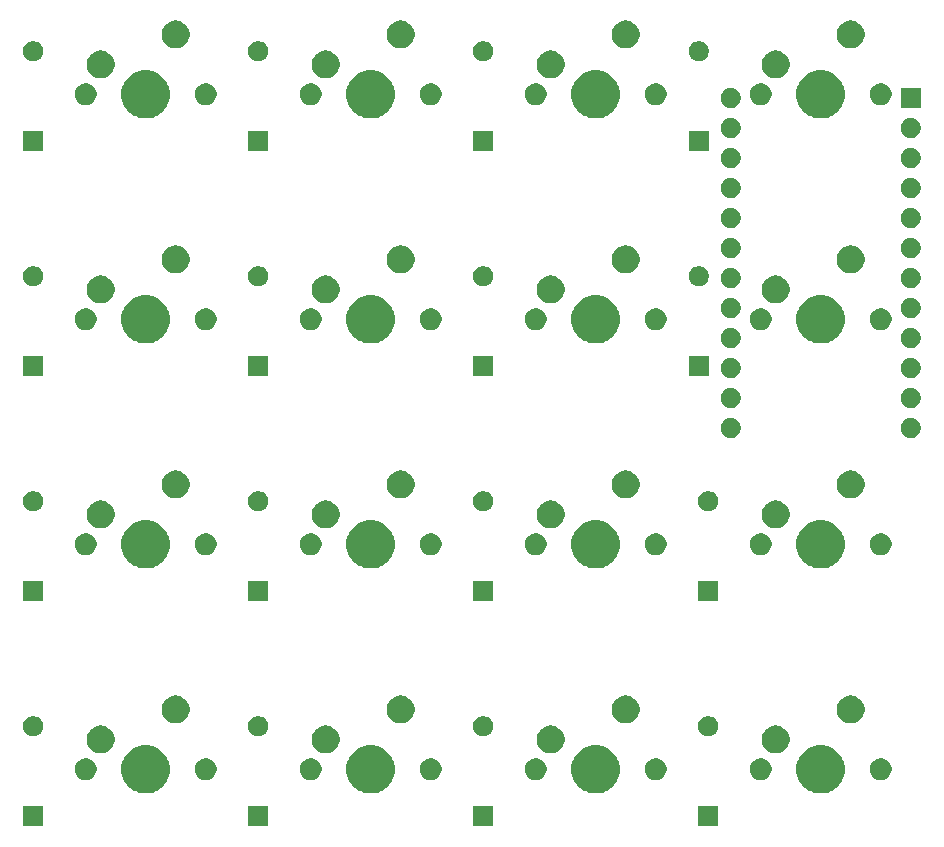
<source format=gbs>
G04 #@! TF.GenerationSoftware,KiCad,Pcbnew,(5.1.6)-1*
G04 #@! TF.CreationDate,2020-08-20T21:51:45+02:00*
G04 #@! TF.ProjectId,europa,6575726f-7061-42e6-9b69-6361645f7063,rev?*
G04 #@! TF.SameCoordinates,Original*
G04 #@! TF.FileFunction,Soldermask,Bot*
G04 #@! TF.FilePolarity,Negative*
%FSLAX46Y46*%
G04 Gerber Fmt 4.6, Leading zero omitted, Abs format (unit mm)*
G04 Created by KiCad (PCBNEW (5.1.6)-1) date 2020-08-20 21:51:45*
%MOMM*%
%LPD*%
G01*
G04 APERTURE LIST*
%ADD10C,0.100000*%
G04 APERTURE END LIST*
D10*
G36*
X129438500Y-127057250D02*
G01*
X127736500Y-127057250D01*
X127736500Y-125355250D01*
X129438500Y-125355250D01*
X129438500Y-127057250D01*
G37*
G36*
X110388500Y-127057250D02*
G01*
X108686500Y-127057250D01*
X108686500Y-125355250D01*
X110388500Y-125355250D01*
X110388500Y-127057250D01*
G37*
G36*
X91338500Y-127057250D02*
G01*
X89636500Y-127057250D01*
X89636500Y-125355250D01*
X91338500Y-125355250D01*
X91338500Y-127057250D01*
G37*
G36*
X72288500Y-127057250D02*
G01*
X70586500Y-127057250D01*
X70586500Y-125355250D01*
X72288500Y-125355250D01*
X72288500Y-127057250D01*
G37*
G36*
X100608974Y-120271184D02*
G01*
X100826974Y-120361483D01*
X100981123Y-120425333D01*
X101316048Y-120649123D01*
X101600877Y-120933952D01*
X101824667Y-121268877D01*
X101857062Y-121347086D01*
X101978816Y-121641026D01*
X102057400Y-122036094D01*
X102057400Y-122438906D01*
X101978816Y-122833974D01*
X101927951Y-122956772D01*
X101824667Y-123206123D01*
X101600877Y-123541048D01*
X101316048Y-123825877D01*
X100981123Y-124049667D01*
X100826974Y-124113517D01*
X100608974Y-124203816D01*
X100213906Y-124282400D01*
X99811094Y-124282400D01*
X99416026Y-124203816D01*
X99198026Y-124113517D01*
X99043877Y-124049667D01*
X98708952Y-123825877D01*
X98424123Y-123541048D01*
X98200333Y-123206123D01*
X98097049Y-122956772D01*
X98046184Y-122833974D01*
X97967600Y-122438906D01*
X97967600Y-122036094D01*
X98046184Y-121641026D01*
X98167938Y-121347086D01*
X98200333Y-121268877D01*
X98424123Y-120933952D01*
X98708952Y-120649123D01*
X99043877Y-120425333D01*
X99198026Y-120361483D01*
X99416026Y-120271184D01*
X99811094Y-120192600D01*
X100213906Y-120192600D01*
X100608974Y-120271184D01*
G37*
G36*
X81558974Y-120271184D02*
G01*
X81776974Y-120361483D01*
X81931123Y-120425333D01*
X82266048Y-120649123D01*
X82550877Y-120933952D01*
X82774667Y-121268877D01*
X82807062Y-121347086D01*
X82928816Y-121641026D01*
X83007400Y-122036094D01*
X83007400Y-122438906D01*
X82928816Y-122833974D01*
X82877951Y-122956772D01*
X82774667Y-123206123D01*
X82550877Y-123541048D01*
X82266048Y-123825877D01*
X81931123Y-124049667D01*
X81776974Y-124113517D01*
X81558974Y-124203816D01*
X81163906Y-124282400D01*
X80761094Y-124282400D01*
X80366026Y-124203816D01*
X80148026Y-124113517D01*
X79993877Y-124049667D01*
X79658952Y-123825877D01*
X79374123Y-123541048D01*
X79150333Y-123206123D01*
X79047049Y-122956772D01*
X78996184Y-122833974D01*
X78917600Y-122438906D01*
X78917600Y-122036094D01*
X78996184Y-121641026D01*
X79117938Y-121347086D01*
X79150333Y-121268877D01*
X79374123Y-120933952D01*
X79658952Y-120649123D01*
X79993877Y-120425333D01*
X80148026Y-120361483D01*
X80366026Y-120271184D01*
X80761094Y-120192600D01*
X81163906Y-120192600D01*
X81558974Y-120271184D01*
G37*
G36*
X119658974Y-120271184D02*
G01*
X119876974Y-120361483D01*
X120031123Y-120425333D01*
X120366048Y-120649123D01*
X120650877Y-120933952D01*
X120874667Y-121268877D01*
X120907062Y-121347086D01*
X121028816Y-121641026D01*
X121107400Y-122036094D01*
X121107400Y-122438906D01*
X121028816Y-122833974D01*
X120977951Y-122956772D01*
X120874667Y-123206123D01*
X120650877Y-123541048D01*
X120366048Y-123825877D01*
X120031123Y-124049667D01*
X119876974Y-124113517D01*
X119658974Y-124203816D01*
X119263906Y-124282400D01*
X118861094Y-124282400D01*
X118466026Y-124203816D01*
X118248026Y-124113517D01*
X118093877Y-124049667D01*
X117758952Y-123825877D01*
X117474123Y-123541048D01*
X117250333Y-123206123D01*
X117147049Y-122956772D01*
X117096184Y-122833974D01*
X117017600Y-122438906D01*
X117017600Y-122036094D01*
X117096184Y-121641026D01*
X117217938Y-121347086D01*
X117250333Y-121268877D01*
X117474123Y-120933952D01*
X117758952Y-120649123D01*
X118093877Y-120425333D01*
X118248026Y-120361483D01*
X118466026Y-120271184D01*
X118861094Y-120192600D01*
X119263906Y-120192600D01*
X119658974Y-120271184D01*
G37*
G36*
X138708974Y-120271184D02*
G01*
X138926974Y-120361483D01*
X139081123Y-120425333D01*
X139416048Y-120649123D01*
X139700877Y-120933952D01*
X139924667Y-121268877D01*
X139957062Y-121347086D01*
X140078816Y-121641026D01*
X140157400Y-122036094D01*
X140157400Y-122438906D01*
X140078816Y-122833974D01*
X140027951Y-122956772D01*
X139924667Y-123206123D01*
X139700877Y-123541048D01*
X139416048Y-123825877D01*
X139081123Y-124049667D01*
X138926974Y-124113517D01*
X138708974Y-124203816D01*
X138313906Y-124282400D01*
X137911094Y-124282400D01*
X137516026Y-124203816D01*
X137298026Y-124113517D01*
X137143877Y-124049667D01*
X136808952Y-123825877D01*
X136524123Y-123541048D01*
X136300333Y-123206123D01*
X136197049Y-122956772D01*
X136146184Y-122833974D01*
X136067600Y-122438906D01*
X136067600Y-122036094D01*
X136146184Y-121641026D01*
X136267938Y-121347086D01*
X136300333Y-121268877D01*
X136524123Y-120933952D01*
X136808952Y-120649123D01*
X137143877Y-120425333D01*
X137298026Y-120361483D01*
X137516026Y-120271184D01*
X137911094Y-120192600D01*
X138313906Y-120192600D01*
X138708974Y-120271184D01*
G37*
G36*
X143462604Y-121347085D02*
G01*
X143631126Y-121416889D01*
X143782791Y-121518228D01*
X143911772Y-121647209D01*
X144013111Y-121798874D01*
X144082915Y-121967396D01*
X144118500Y-122146297D01*
X144118500Y-122328703D01*
X144082915Y-122507604D01*
X144013111Y-122676126D01*
X143911772Y-122827791D01*
X143782791Y-122956772D01*
X143631126Y-123058111D01*
X143462604Y-123127915D01*
X143283703Y-123163500D01*
X143101297Y-123163500D01*
X142922396Y-123127915D01*
X142753874Y-123058111D01*
X142602209Y-122956772D01*
X142473228Y-122827791D01*
X142371889Y-122676126D01*
X142302085Y-122507604D01*
X142266500Y-122328703D01*
X142266500Y-122146297D01*
X142302085Y-121967396D01*
X142371889Y-121798874D01*
X142473228Y-121647209D01*
X142602209Y-121518228D01*
X142753874Y-121416889D01*
X142922396Y-121347085D01*
X143101297Y-121311500D01*
X143283703Y-121311500D01*
X143462604Y-121347085D01*
G37*
G36*
X114252604Y-121347085D02*
G01*
X114421126Y-121416889D01*
X114572791Y-121518228D01*
X114701772Y-121647209D01*
X114803111Y-121798874D01*
X114872915Y-121967396D01*
X114908500Y-122146297D01*
X114908500Y-122328703D01*
X114872915Y-122507604D01*
X114803111Y-122676126D01*
X114701772Y-122827791D01*
X114572791Y-122956772D01*
X114421126Y-123058111D01*
X114252604Y-123127915D01*
X114073703Y-123163500D01*
X113891297Y-123163500D01*
X113712396Y-123127915D01*
X113543874Y-123058111D01*
X113392209Y-122956772D01*
X113263228Y-122827791D01*
X113161889Y-122676126D01*
X113092085Y-122507604D01*
X113056500Y-122328703D01*
X113056500Y-122146297D01*
X113092085Y-121967396D01*
X113161889Y-121798874D01*
X113263228Y-121647209D01*
X113392209Y-121518228D01*
X113543874Y-121416889D01*
X113712396Y-121347085D01*
X113891297Y-121311500D01*
X114073703Y-121311500D01*
X114252604Y-121347085D01*
G37*
G36*
X95202604Y-121347085D02*
G01*
X95371126Y-121416889D01*
X95522791Y-121518228D01*
X95651772Y-121647209D01*
X95753111Y-121798874D01*
X95822915Y-121967396D01*
X95858500Y-122146297D01*
X95858500Y-122328703D01*
X95822915Y-122507604D01*
X95753111Y-122676126D01*
X95651772Y-122827791D01*
X95522791Y-122956772D01*
X95371126Y-123058111D01*
X95202604Y-123127915D01*
X95023703Y-123163500D01*
X94841297Y-123163500D01*
X94662396Y-123127915D01*
X94493874Y-123058111D01*
X94342209Y-122956772D01*
X94213228Y-122827791D01*
X94111889Y-122676126D01*
X94042085Y-122507604D01*
X94006500Y-122328703D01*
X94006500Y-122146297D01*
X94042085Y-121967396D01*
X94111889Y-121798874D01*
X94213228Y-121647209D01*
X94342209Y-121518228D01*
X94493874Y-121416889D01*
X94662396Y-121347085D01*
X94841297Y-121311500D01*
X95023703Y-121311500D01*
X95202604Y-121347085D01*
G37*
G36*
X105362604Y-121347085D02*
G01*
X105531126Y-121416889D01*
X105682791Y-121518228D01*
X105811772Y-121647209D01*
X105913111Y-121798874D01*
X105982915Y-121967396D01*
X106018500Y-122146297D01*
X106018500Y-122328703D01*
X105982915Y-122507604D01*
X105913111Y-122676126D01*
X105811772Y-122827791D01*
X105682791Y-122956772D01*
X105531126Y-123058111D01*
X105362604Y-123127915D01*
X105183703Y-123163500D01*
X105001297Y-123163500D01*
X104822396Y-123127915D01*
X104653874Y-123058111D01*
X104502209Y-122956772D01*
X104373228Y-122827791D01*
X104271889Y-122676126D01*
X104202085Y-122507604D01*
X104166500Y-122328703D01*
X104166500Y-122146297D01*
X104202085Y-121967396D01*
X104271889Y-121798874D01*
X104373228Y-121647209D01*
X104502209Y-121518228D01*
X104653874Y-121416889D01*
X104822396Y-121347085D01*
X105001297Y-121311500D01*
X105183703Y-121311500D01*
X105362604Y-121347085D01*
G37*
G36*
X133302604Y-121347085D02*
G01*
X133471126Y-121416889D01*
X133622791Y-121518228D01*
X133751772Y-121647209D01*
X133853111Y-121798874D01*
X133922915Y-121967396D01*
X133958500Y-122146297D01*
X133958500Y-122328703D01*
X133922915Y-122507604D01*
X133853111Y-122676126D01*
X133751772Y-122827791D01*
X133622791Y-122956772D01*
X133471126Y-123058111D01*
X133302604Y-123127915D01*
X133123703Y-123163500D01*
X132941297Y-123163500D01*
X132762396Y-123127915D01*
X132593874Y-123058111D01*
X132442209Y-122956772D01*
X132313228Y-122827791D01*
X132211889Y-122676126D01*
X132142085Y-122507604D01*
X132106500Y-122328703D01*
X132106500Y-122146297D01*
X132142085Y-121967396D01*
X132211889Y-121798874D01*
X132313228Y-121647209D01*
X132442209Y-121518228D01*
X132593874Y-121416889D01*
X132762396Y-121347085D01*
X132941297Y-121311500D01*
X133123703Y-121311500D01*
X133302604Y-121347085D01*
G37*
G36*
X76152604Y-121347085D02*
G01*
X76321126Y-121416889D01*
X76472791Y-121518228D01*
X76601772Y-121647209D01*
X76703111Y-121798874D01*
X76772915Y-121967396D01*
X76808500Y-122146297D01*
X76808500Y-122328703D01*
X76772915Y-122507604D01*
X76703111Y-122676126D01*
X76601772Y-122827791D01*
X76472791Y-122956772D01*
X76321126Y-123058111D01*
X76152604Y-123127915D01*
X75973703Y-123163500D01*
X75791297Y-123163500D01*
X75612396Y-123127915D01*
X75443874Y-123058111D01*
X75292209Y-122956772D01*
X75163228Y-122827791D01*
X75061889Y-122676126D01*
X74992085Y-122507604D01*
X74956500Y-122328703D01*
X74956500Y-122146297D01*
X74992085Y-121967396D01*
X75061889Y-121798874D01*
X75163228Y-121647209D01*
X75292209Y-121518228D01*
X75443874Y-121416889D01*
X75612396Y-121347085D01*
X75791297Y-121311500D01*
X75973703Y-121311500D01*
X76152604Y-121347085D01*
G37*
G36*
X86312604Y-121347085D02*
G01*
X86481126Y-121416889D01*
X86632791Y-121518228D01*
X86761772Y-121647209D01*
X86863111Y-121798874D01*
X86932915Y-121967396D01*
X86968500Y-122146297D01*
X86968500Y-122328703D01*
X86932915Y-122507604D01*
X86863111Y-122676126D01*
X86761772Y-122827791D01*
X86632791Y-122956772D01*
X86481126Y-123058111D01*
X86312604Y-123127915D01*
X86133703Y-123163500D01*
X85951297Y-123163500D01*
X85772396Y-123127915D01*
X85603874Y-123058111D01*
X85452209Y-122956772D01*
X85323228Y-122827791D01*
X85221889Y-122676126D01*
X85152085Y-122507604D01*
X85116500Y-122328703D01*
X85116500Y-122146297D01*
X85152085Y-121967396D01*
X85221889Y-121798874D01*
X85323228Y-121647209D01*
X85452209Y-121518228D01*
X85603874Y-121416889D01*
X85772396Y-121347085D01*
X85951297Y-121311500D01*
X86133703Y-121311500D01*
X86312604Y-121347085D01*
G37*
G36*
X124412604Y-121347085D02*
G01*
X124581126Y-121416889D01*
X124732791Y-121518228D01*
X124861772Y-121647209D01*
X124963111Y-121798874D01*
X125032915Y-121967396D01*
X125068500Y-122146297D01*
X125068500Y-122328703D01*
X125032915Y-122507604D01*
X124963111Y-122676126D01*
X124861772Y-122827791D01*
X124732791Y-122956772D01*
X124581126Y-123058111D01*
X124412604Y-123127915D01*
X124233703Y-123163500D01*
X124051297Y-123163500D01*
X123872396Y-123127915D01*
X123703874Y-123058111D01*
X123552209Y-122956772D01*
X123423228Y-122827791D01*
X123321889Y-122676126D01*
X123252085Y-122507604D01*
X123216500Y-122328703D01*
X123216500Y-122146297D01*
X123252085Y-121967396D01*
X123321889Y-121798874D01*
X123423228Y-121647209D01*
X123552209Y-121518228D01*
X123703874Y-121416889D01*
X123872396Y-121347085D01*
X124051297Y-121311500D01*
X124233703Y-121311500D01*
X124412604Y-121347085D01*
G37*
G36*
X134494060Y-118536564D02*
G01*
X134645527Y-118566693D01*
X134859545Y-118655342D01*
X134859546Y-118655343D01*
X135052154Y-118784039D01*
X135215961Y-118947846D01*
X135243691Y-118989347D01*
X135344658Y-119140455D01*
X135433307Y-119354473D01*
X135478500Y-119581674D01*
X135478500Y-119813326D01*
X135433307Y-120040527D01*
X135344658Y-120254545D01*
X135344657Y-120254546D01*
X135215961Y-120447154D01*
X135052154Y-120610961D01*
X134995040Y-120649123D01*
X134859545Y-120739658D01*
X134645527Y-120828307D01*
X134494060Y-120858436D01*
X134418327Y-120873500D01*
X134186673Y-120873500D01*
X134110940Y-120858436D01*
X133959473Y-120828307D01*
X133745455Y-120739658D01*
X133609960Y-120649123D01*
X133552846Y-120610961D01*
X133389039Y-120447154D01*
X133260343Y-120254546D01*
X133260342Y-120254545D01*
X133171693Y-120040527D01*
X133126500Y-119813326D01*
X133126500Y-119581674D01*
X133171693Y-119354473D01*
X133260342Y-119140455D01*
X133361309Y-118989347D01*
X133389039Y-118947846D01*
X133552846Y-118784039D01*
X133745454Y-118655343D01*
X133745455Y-118655342D01*
X133959473Y-118566693D01*
X134110940Y-118536564D01*
X134186673Y-118521500D01*
X134418327Y-118521500D01*
X134494060Y-118536564D01*
G37*
G36*
X96394060Y-118536564D02*
G01*
X96545527Y-118566693D01*
X96759545Y-118655342D01*
X96759546Y-118655343D01*
X96952154Y-118784039D01*
X97115961Y-118947846D01*
X97143691Y-118989347D01*
X97244658Y-119140455D01*
X97333307Y-119354473D01*
X97378500Y-119581674D01*
X97378500Y-119813326D01*
X97333307Y-120040527D01*
X97244658Y-120254545D01*
X97244657Y-120254546D01*
X97115961Y-120447154D01*
X96952154Y-120610961D01*
X96895040Y-120649123D01*
X96759545Y-120739658D01*
X96545527Y-120828307D01*
X96394060Y-120858436D01*
X96318327Y-120873500D01*
X96086673Y-120873500D01*
X96010940Y-120858436D01*
X95859473Y-120828307D01*
X95645455Y-120739658D01*
X95509960Y-120649123D01*
X95452846Y-120610961D01*
X95289039Y-120447154D01*
X95160343Y-120254546D01*
X95160342Y-120254545D01*
X95071693Y-120040527D01*
X95026500Y-119813326D01*
X95026500Y-119581674D01*
X95071693Y-119354473D01*
X95160342Y-119140455D01*
X95261309Y-118989347D01*
X95289039Y-118947846D01*
X95452846Y-118784039D01*
X95645454Y-118655343D01*
X95645455Y-118655342D01*
X95859473Y-118566693D01*
X96010940Y-118536564D01*
X96086673Y-118521500D01*
X96318327Y-118521500D01*
X96394060Y-118536564D01*
G37*
G36*
X115444060Y-118536564D02*
G01*
X115595527Y-118566693D01*
X115809545Y-118655342D01*
X115809546Y-118655343D01*
X116002154Y-118784039D01*
X116165961Y-118947846D01*
X116193691Y-118989347D01*
X116294658Y-119140455D01*
X116383307Y-119354473D01*
X116428500Y-119581674D01*
X116428500Y-119813326D01*
X116383307Y-120040527D01*
X116294658Y-120254545D01*
X116294657Y-120254546D01*
X116165961Y-120447154D01*
X116002154Y-120610961D01*
X115945040Y-120649123D01*
X115809545Y-120739658D01*
X115595527Y-120828307D01*
X115444060Y-120858436D01*
X115368327Y-120873500D01*
X115136673Y-120873500D01*
X115060940Y-120858436D01*
X114909473Y-120828307D01*
X114695455Y-120739658D01*
X114559960Y-120649123D01*
X114502846Y-120610961D01*
X114339039Y-120447154D01*
X114210343Y-120254546D01*
X114210342Y-120254545D01*
X114121693Y-120040527D01*
X114076500Y-119813326D01*
X114076500Y-119581674D01*
X114121693Y-119354473D01*
X114210342Y-119140455D01*
X114311309Y-118989347D01*
X114339039Y-118947846D01*
X114502846Y-118784039D01*
X114695454Y-118655343D01*
X114695455Y-118655342D01*
X114909473Y-118566693D01*
X115060940Y-118536564D01*
X115136673Y-118521500D01*
X115368327Y-118521500D01*
X115444060Y-118536564D01*
G37*
G36*
X77344060Y-118536564D02*
G01*
X77495527Y-118566693D01*
X77709545Y-118655342D01*
X77709546Y-118655343D01*
X77902154Y-118784039D01*
X78065961Y-118947846D01*
X78093691Y-118989347D01*
X78194658Y-119140455D01*
X78283307Y-119354473D01*
X78328500Y-119581674D01*
X78328500Y-119813326D01*
X78283307Y-120040527D01*
X78194658Y-120254545D01*
X78194657Y-120254546D01*
X78065961Y-120447154D01*
X77902154Y-120610961D01*
X77845040Y-120649123D01*
X77709545Y-120739658D01*
X77495527Y-120828307D01*
X77344060Y-120858436D01*
X77268327Y-120873500D01*
X77036673Y-120873500D01*
X76960940Y-120858436D01*
X76809473Y-120828307D01*
X76595455Y-120739658D01*
X76459960Y-120649123D01*
X76402846Y-120610961D01*
X76239039Y-120447154D01*
X76110343Y-120254546D01*
X76110342Y-120254545D01*
X76021693Y-120040527D01*
X75976500Y-119813326D01*
X75976500Y-119581674D01*
X76021693Y-119354473D01*
X76110342Y-119140455D01*
X76211309Y-118989347D01*
X76239039Y-118947846D01*
X76402846Y-118784039D01*
X76595454Y-118655343D01*
X76595455Y-118655342D01*
X76809473Y-118566693D01*
X76960940Y-118536564D01*
X77036673Y-118521500D01*
X77268327Y-118521500D01*
X77344060Y-118536564D01*
G37*
G36*
X71685728Y-117767953D02*
G01*
X71840600Y-117832103D01*
X71979981Y-117925235D01*
X72098515Y-118043769D01*
X72191647Y-118183150D01*
X72255797Y-118338022D01*
X72288500Y-118502434D01*
X72288500Y-118670066D01*
X72255797Y-118834478D01*
X72191647Y-118989350D01*
X72098515Y-119128731D01*
X71979981Y-119247265D01*
X71840600Y-119340397D01*
X71685728Y-119404547D01*
X71521316Y-119437250D01*
X71353684Y-119437250D01*
X71189272Y-119404547D01*
X71034400Y-119340397D01*
X70895019Y-119247265D01*
X70776485Y-119128731D01*
X70683353Y-118989350D01*
X70619203Y-118834478D01*
X70586500Y-118670066D01*
X70586500Y-118502434D01*
X70619203Y-118338022D01*
X70683353Y-118183150D01*
X70776485Y-118043769D01*
X70895019Y-117925235D01*
X71034400Y-117832103D01*
X71189272Y-117767953D01*
X71353684Y-117735250D01*
X71521316Y-117735250D01*
X71685728Y-117767953D01*
G37*
G36*
X128835728Y-117767953D02*
G01*
X128990600Y-117832103D01*
X129129981Y-117925235D01*
X129248515Y-118043769D01*
X129341647Y-118183150D01*
X129405797Y-118338022D01*
X129438500Y-118502434D01*
X129438500Y-118670066D01*
X129405797Y-118834478D01*
X129341647Y-118989350D01*
X129248515Y-119128731D01*
X129129981Y-119247265D01*
X128990600Y-119340397D01*
X128835728Y-119404547D01*
X128671316Y-119437250D01*
X128503684Y-119437250D01*
X128339272Y-119404547D01*
X128184400Y-119340397D01*
X128045019Y-119247265D01*
X127926485Y-119128731D01*
X127833353Y-118989350D01*
X127769203Y-118834478D01*
X127736500Y-118670066D01*
X127736500Y-118502434D01*
X127769203Y-118338022D01*
X127833353Y-118183150D01*
X127926485Y-118043769D01*
X128045019Y-117925235D01*
X128184400Y-117832103D01*
X128339272Y-117767953D01*
X128503684Y-117735250D01*
X128671316Y-117735250D01*
X128835728Y-117767953D01*
G37*
G36*
X90735728Y-117767953D02*
G01*
X90890600Y-117832103D01*
X91029981Y-117925235D01*
X91148515Y-118043769D01*
X91241647Y-118183150D01*
X91305797Y-118338022D01*
X91338500Y-118502434D01*
X91338500Y-118670066D01*
X91305797Y-118834478D01*
X91241647Y-118989350D01*
X91148515Y-119128731D01*
X91029981Y-119247265D01*
X90890600Y-119340397D01*
X90735728Y-119404547D01*
X90571316Y-119437250D01*
X90403684Y-119437250D01*
X90239272Y-119404547D01*
X90084400Y-119340397D01*
X89945019Y-119247265D01*
X89826485Y-119128731D01*
X89733353Y-118989350D01*
X89669203Y-118834478D01*
X89636500Y-118670066D01*
X89636500Y-118502434D01*
X89669203Y-118338022D01*
X89733353Y-118183150D01*
X89826485Y-118043769D01*
X89945019Y-117925235D01*
X90084400Y-117832103D01*
X90239272Y-117767953D01*
X90403684Y-117735250D01*
X90571316Y-117735250D01*
X90735728Y-117767953D01*
G37*
G36*
X109785728Y-117767953D02*
G01*
X109940600Y-117832103D01*
X110079981Y-117925235D01*
X110198515Y-118043769D01*
X110291647Y-118183150D01*
X110355797Y-118338022D01*
X110388500Y-118502434D01*
X110388500Y-118670066D01*
X110355797Y-118834478D01*
X110291647Y-118989350D01*
X110198515Y-119128731D01*
X110079981Y-119247265D01*
X109940600Y-119340397D01*
X109785728Y-119404547D01*
X109621316Y-119437250D01*
X109453684Y-119437250D01*
X109289272Y-119404547D01*
X109134400Y-119340397D01*
X108995019Y-119247265D01*
X108876485Y-119128731D01*
X108783353Y-118989350D01*
X108719203Y-118834478D01*
X108686500Y-118670066D01*
X108686500Y-118502434D01*
X108719203Y-118338022D01*
X108783353Y-118183150D01*
X108876485Y-118043769D01*
X108995019Y-117925235D01*
X109134400Y-117832103D01*
X109289272Y-117767953D01*
X109453684Y-117735250D01*
X109621316Y-117735250D01*
X109785728Y-117767953D01*
G37*
G36*
X102744060Y-115996564D02*
G01*
X102895527Y-116026693D01*
X103109545Y-116115342D01*
X103109546Y-116115343D01*
X103302154Y-116244039D01*
X103465961Y-116407846D01*
X103551758Y-116536251D01*
X103594658Y-116600455D01*
X103683307Y-116814473D01*
X103728500Y-117041674D01*
X103728500Y-117273326D01*
X103683307Y-117500527D01*
X103594658Y-117714545D01*
X103594657Y-117714546D01*
X103465961Y-117907154D01*
X103302154Y-118070961D01*
X103173749Y-118156758D01*
X103109545Y-118199658D01*
X102895527Y-118288307D01*
X102744060Y-118318436D01*
X102668327Y-118333500D01*
X102436673Y-118333500D01*
X102360940Y-118318436D01*
X102209473Y-118288307D01*
X101995455Y-118199658D01*
X101931251Y-118156758D01*
X101802846Y-118070961D01*
X101639039Y-117907154D01*
X101510343Y-117714546D01*
X101510342Y-117714545D01*
X101421693Y-117500527D01*
X101376500Y-117273326D01*
X101376500Y-117041674D01*
X101421693Y-116814473D01*
X101510342Y-116600455D01*
X101553242Y-116536251D01*
X101639039Y-116407846D01*
X101802846Y-116244039D01*
X101995454Y-116115343D01*
X101995455Y-116115342D01*
X102209473Y-116026693D01*
X102360940Y-115996564D01*
X102436673Y-115981500D01*
X102668327Y-115981500D01*
X102744060Y-115996564D01*
G37*
G36*
X140844060Y-115996564D02*
G01*
X140995527Y-116026693D01*
X141209545Y-116115342D01*
X141209546Y-116115343D01*
X141402154Y-116244039D01*
X141565961Y-116407846D01*
X141651758Y-116536251D01*
X141694658Y-116600455D01*
X141783307Y-116814473D01*
X141828500Y-117041674D01*
X141828500Y-117273326D01*
X141783307Y-117500527D01*
X141694658Y-117714545D01*
X141694657Y-117714546D01*
X141565961Y-117907154D01*
X141402154Y-118070961D01*
X141273749Y-118156758D01*
X141209545Y-118199658D01*
X140995527Y-118288307D01*
X140844060Y-118318436D01*
X140768327Y-118333500D01*
X140536673Y-118333500D01*
X140460940Y-118318436D01*
X140309473Y-118288307D01*
X140095455Y-118199658D01*
X140031251Y-118156758D01*
X139902846Y-118070961D01*
X139739039Y-117907154D01*
X139610343Y-117714546D01*
X139610342Y-117714545D01*
X139521693Y-117500527D01*
X139476500Y-117273326D01*
X139476500Y-117041674D01*
X139521693Y-116814473D01*
X139610342Y-116600455D01*
X139653242Y-116536251D01*
X139739039Y-116407846D01*
X139902846Y-116244039D01*
X140095454Y-116115343D01*
X140095455Y-116115342D01*
X140309473Y-116026693D01*
X140460940Y-115996564D01*
X140536673Y-115981500D01*
X140768327Y-115981500D01*
X140844060Y-115996564D01*
G37*
G36*
X83694060Y-115996564D02*
G01*
X83845527Y-116026693D01*
X84059545Y-116115342D01*
X84059546Y-116115343D01*
X84252154Y-116244039D01*
X84415961Y-116407846D01*
X84501758Y-116536251D01*
X84544658Y-116600455D01*
X84633307Y-116814473D01*
X84678500Y-117041674D01*
X84678500Y-117273326D01*
X84633307Y-117500527D01*
X84544658Y-117714545D01*
X84544657Y-117714546D01*
X84415961Y-117907154D01*
X84252154Y-118070961D01*
X84123749Y-118156758D01*
X84059545Y-118199658D01*
X83845527Y-118288307D01*
X83694060Y-118318436D01*
X83618327Y-118333500D01*
X83386673Y-118333500D01*
X83310940Y-118318436D01*
X83159473Y-118288307D01*
X82945455Y-118199658D01*
X82881251Y-118156758D01*
X82752846Y-118070961D01*
X82589039Y-117907154D01*
X82460343Y-117714546D01*
X82460342Y-117714545D01*
X82371693Y-117500527D01*
X82326500Y-117273326D01*
X82326500Y-117041674D01*
X82371693Y-116814473D01*
X82460342Y-116600455D01*
X82503242Y-116536251D01*
X82589039Y-116407846D01*
X82752846Y-116244039D01*
X82945454Y-116115343D01*
X82945455Y-116115342D01*
X83159473Y-116026693D01*
X83310940Y-115996564D01*
X83386673Y-115981500D01*
X83618327Y-115981500D01*
X83694060Y-115996564D01*
G37*
G36*
X121794060Y-115996564D02*
G01*
X121945527Y-116026693D01*
X122159545Y-116115342D01*
X122159546Y-116115343D01*
X122352154Y-116244039D01*
X122515961Y-116407846D01*
X122601758Y-116536251D01*
X122644658Y-116600455D01*
X122733307Y-116814473D01*
X122778500Y-117041674D01*
X122778500Y-117273326D01*
X122733307Y-117500527D01*
X122644658Y-117714545D01*
X122644657Y-117714546D01*
X122515961Y-117907154D01*
X122352154Y-118070961D01*
X122223749Y-118156758D01*
X122159545Y-118199658D01*
X121945527Y-118288307D01*
X121794060Y-118318436D01*
X121718327Y-118333500D01*
X121486673Y-118333500D01*
X121410940Y-118318436D01*
X121259473Y-118288307D01*
X121045455Y-118199658D01*
X120981251Y-118156758D01*
X120852846Y-118070961D01*
X120689039Y-117907154D01*
X120560343Y-117714546D01*
X120560342Y-117714545D01*
X120471693Y-117500527D01*
X120426500Y-117273326D01*
X120426500Y-117041674D01*
X120471693Y-116814473D01*
X120560342Y-116600455D01*
X120603242Y-116536251D01*
X120689039Y-116407846D01*
X120852846Y-116244039D01*
X121045454Y-116115343D01*
X121045455Y-116115342D01*
X121259473Y-116026693D01*
X121410940Y-115996564D01*
X121486673Y-115981500D01*
X121718327Y-115981500D01*
X121794060Y-115996564D01*
G37*
G36*
X110388500Y-108007250D02*
G01*
X108686500Y-108007250D01*
X108686500Y-106305250D01*
X110388500Y-106305250D01*
X110388500Y-108007250D01*
G37*
G36*
X72288500Y-108007250D02*
G01*
X70586500Y-108007250D01*
X70586500Y-106305250D01*
X72288500Y-106305250D01*
X72288500Y-108007250D01*
G37*
G36*
X91338500Y-108007250D02*
G01*
X89636500Y-108007250D01*
X89636500Y-106305250D01*
X91338500Y-106305250D01*
X91338500Y-108007250D01*
G37*
G36*
X129438500Y-108007250D02*
G01*
X127736500Y-108007250D01*
X127736500Y-106305250D01*
X129438500Y-106305250D01*
X129438500Y-108007250D01*
G37*
G36*
X138708974Y-101221184D02*
G01*
X138926974Y-101311483D01*
X139081123Y-101375333D01*
X139416048Y-101599123D01*
X139700877Y-101883952D01*
X139924667Y-102218877D01*
X139957062Y-102297086D01*
X140078816Y-102591026D01*
X140157400Y-102986094D01*
X140157400Y-103388906D01*
X140078816Y-103783974D01*
X140027951Y-103906772D01*
X139924667Y-104156123D01*
X139700877Y-104491048D01*
X139416048Y-104775877D01*
X139081123Y-104999667D01*
X138926974Y-105063517D01*
X138708974Y-105153816D01*
X138313906Y-105232400D01*
X137911094Y-105232400D01*
X137516026Y-105153816D01*
X137298026Y-105063517D01*
X137143877Y-104999667D01*
X136808952Y-104775877D01*
X136524123Y-104491048D01*
X136300333Y-104156123D01*
X136197049Y-103906772D01*
X136146184Y-103783974D01*
X136067600Y-103388906D01*
X136067600Y-102986094D01*
X136146184Y-102591026D01*
X136267938Y-102297086D01*
X136300333Y-102218877D01*
X136524123Y-101883952D01*
X136808952Y-101599123D01*
X137143877Y-101375333D01*
X137298026Y-101311483D01*
X137516026Y-101221184D01*
X137911094Y-101142600D01*
X138313906Y-101142600D01*
X138708974Y-101221184D01*
G37*
G36*
X100608974Y-101221184D02*
G01*
X100826974Y-101311483D01*
X100981123Y-101375333D01*
X101316048Y-101599123D01*
X101600877Y-101883952D01*
X101824667Y-102218877D01*
X101857062Y-102297086D01*
X101978816Y-102591026D01*
X102057400Y-102986094D01*
X102057400Y-103388906D01*
X101978816Y-103783974D01*
X101927951Y-103906772D01*
X101824667Y-104156123D01*
X101600877Y-104491048D01*
X101316048Y-104775877D01*
X100981123Y-104999667D01*
X100826974Y-105063517D01*
X100608974Y-105153816D01*
X100213906Y-105232400D01*
X99811094Y-105232400D01*
X99416026Y-105153816D01*
X99198026Y-105063517D01*
X99043877Y-104999667D01*
X98708952Y-104775877D01*
X98424123Y-104491048D01*
X98200333Y-104156123D01*
X98097049Y-103906772D01*
X98046184Y-103783974D01*
X97967600Y-103388906D01*
X97967600Y-102986094D01*
X98046184Y-102591026D01*
X98167938Y-102297086D01*
X98200333Y-102218877D01*
X98424123Y-101883952D01*
X98708952Y-101599123D01*
X99043877Y-101375333D01*
X99198026Y-101311483D01*
X99416026Y-101221184D01*
X99811094Y-101142600D01*
X100213906Y-101142600D01*
X100608974Y-101221184D01*
G37*
G36*
X81558974Y-101221184D02*
G01*
X81776974Y-101311483D01*
X81931123Y-101375333D01*
X82266048Y-101599123D01*
X82550877Y-101883952D01*
X82774667Y-102218877D01*
X82807062Y-102297086D01*
X82928816Y-102591026D01*
X83007400Y-102986094D01*
X83007400Y-103388906D01*
X82928816Y-103783974D01*
X82877951Y-103906772D01*
X82774667Y-104156123D01*
X82550877Y-104491048D01*
X82266048Y-104775877D01*
X81931123Y-104999667D01*
X81776974Y-105063517D01*
X81558974Y-105153816D01*
X81163906Y-105232400D01*
X80761094Y-105232400D01*
X80366026Y-105153816D01*
X80148026Y-105063517D01*
X79993877Y-104999667D01*
X79658952Y-104775877D01*
X79374123Y-104491048D01*
X79150333Y-104156123D01*
X79047049Y-103906772D01*
X78996184Y-103783974D01*
X78917600Y-103388906D01*
X78917600Y-102986094D01*
X78996184Y-102591026D01*
X79117938Y-102297086D01*
X79150333Y-102218877D01*
X79374123Y-101883952D01*
X79658952Y-101599123D01*
X79993877Y-101375333D01*
X80148026Y-101311483D01*
X80366026Y-101221184D01*
X80761094Y-101142600D01*
X81163906Y-101142600D01*
X81558974Y-101221184D01*
G37*
G36*
X119658974Y-101221184D02*
G01*
X119876974Y-101311483D01*
X120031123Y-101375333D01*
X120366048Y-101599123D01*
X120650877Y-101883952D01*
X120874667Y-102218877D01*
X120907062Y-102297086D01*
X121028816Y-102591026D01*
X121107400Y-102986094D01*
X121107400Y-103388906D01*
X121028816Y-103783974D01*
X120977951Y-103906772D01*
X120874667Y-104156123D01*
X120650877Y-104491048D01*
X120366048Y-104775877D01*
X120031123Y-104999667D01*
X119876974Y-105063517D01*
X119658974Y-105153816D01*
X119263906Y-105232400D01*
X118861094Y-105232400D01*
X118466026Y-105153816D01*
X118248026Y-105063517D01*
X118093877Y-104999667D01*
X117758952Y-104775877D01*
X117474123Y-104491048D01*
X117250333Y-104156123D01*
X117147049Y-103906772D01*
X117096184Y-103783974D01*
X117017600Y-103388906D01*
X117017600Y-102986094D01*
X117096184Y-102591026D01*
X117217938Y-102297086D01*
X117250333Y-102218877D01*
X117474123Y-101883952D01*
X117758952Y-101599123D01*
X118093877Y-101375333D01*
X118248026Y-101311483D01*
X118466026Y-101221184D01*
X118861094Y-101142600D01*
X119263906Y-101142600D01*
X119658974Y-101221184D01*
G37*
G36*
X133302604Y-102297085D02*
G01*
X133471126Y-102366889D01*
X133622791Y-102468228D01*
X133751772Y-102597209D01*
X133853111Y-102748874D01*
X133922915Y-102917396D01*
X133958500Y-103096297D01*
X133958500Y-103278703D01*
X133922915Y-103457604D01*
X133853111Y-103626126D01*
X133751772Y-103777791D01*
X133622791Y-103906772D01*
X133471126Y-104008111D01*
X133302604Y-104077915D01*
X133123703Y-104113500D01*
X132941297Y-104113500D01*
X132762396Y-104077915D01*
X132593874Y-104008111D01*
X132442209Y-103906772D01*
X132313228Y-103777791D01*
X132211889Y-103626126D01*
X132142085Y-103457604D01*
X132106500Y-103278703D01*
X132106500Y-103096297D01*
X132142085Y-102917396D01*
X132211889Y-102748874D01*
X132313228Y-102597209D01*
X132442209Y-102468228D01*
X132593874Y-102366889D01*
X132762396Y-102297085D01*
X132941297Y-102261500D01*
X133123703Y-102261500D01*
X133302604Y-102297085D01*
G37*
G36*
X143462604Y-102297085D02*
G01*
X143631126Y-102366889D01*
X143782791Y-102468228D01*
X143911772Y-102597209D01*
X144013111Y-102748874D01*
X144082915Y-102917396D01*
X144118500Y-103096297D01*
X144118500Y-103278703D01*
X144082915Y-103457604D01*
X144013111Y-103626126D01*
X143911772Y-103777791D01*
X143782791Y-103906772D01*
X143631126Y-104008111D01*
X143462604Y-104077915D01*
X143283703Y-104113500D01*
X143101297Y-104113500D01*
X142922396Y-104077915D01*
X142753874Y-104008111D01*
X142602209Y-103906772D01*
X142473228Y-103777791D01*
X142371889Y-103626126D01*
X142302085Y-103457604D01*
X142266500Y-103278703D01*
X142266500Y-103096297D01*
X142302085Y-102917396D01*
X142371889Y-102748874D01*
X142473228Y-102597209D01*
X142602209Y-102468228D01*
X142753874Y-102366889D01*
X142922396Y-102297085D01*
X143101297Y-102261500D01*
X143283703Y-102261500D01*
X143462604Y-102297085D01*
G37*
G36*
X76152604Y-102297085D02*
G01*
X76321126Y-102366889D01*
X76472791Y-102468228D01*
X76601772Y-102597209D01*
X76703111Y-102748874D01*
X76772915Y-102917396D01*
X76808500Y-103096297D01*
X76808500Y-103278703D01*
X76772915Y-103457604D01*
X76703111Y-103626126D01*
X76601772Y-103777791D01*
X76472791Y-103906772D01*
X76321126Y-104008111D01*
X76152604Y-104077915D01*
X75973703Y-104113500D01*
X75791297Y-104113500D01*
X75612396Y-104077915D01*
X75443874Y-104008111D01*
X75292209Y-103906772D01*
X75163228Y-103777791D01*
X75061889Y-103626126D01*
X74992085Y-103457604D01*
X74956500Y-103278703D01*
X74956500Y-103096297D01*
X74992085Y-102917396D01*
X75061889Y-102748874D01*
X75163228Y-102597209D01*
X75292209Y-102468228D01*
X75443874Y-102366889D01*
X75612396Y-102297085D01*
X75791297Y-102261500D01*
X75973703Y-102261500D01*
X76152604Y-102297085D01*
G37*
G36*
X114252604Y-102297085D02*
G01*
X114421126Y-102366889D01*
X114572791Y-102468228D01*
X114701772Y-102597209D01*
X114803111Y-102748874D01*
X114872915Y-102917396D01*
X114908500Y-103096297D01*
X114908500Y-103278703D01*
X114872915Y-103457604D01*
X114803111Y-103626126D01*
X114701772Y-103777791D01*
X114572791Y-103906772D01*
X114421126Y-104008111D01*
X114252604Y-104077915D01*
X114073703Y-104113500D01*
X113891297Y-104113500D01*
X113712396Y-104077915D01*
X113543874Y-104008111D01*
X113392209Y-103906772D01*
X113263228Y-103777791D01*
X113161889Y-103626126D01*
X113092085Y-103457604D01*
X113056500Y-103278703D01*
X113056500Y-103096297D01*
X113092085Y-102917396D01*
X113161889Y-102748874D01*
X113263228Y-102597209D01*
X113392209Y-102468228D01*
X113543874Y-102366889D01*
X113712396Y-102297085D01*
X113891297Y-102261500D01*
X114073703Y-102261500D01*
X114252604Y-102297085D01*
G37*
G36*
X124412604Y-102297085D02*
G01*
X124581126Y-102366889D01*
X124732791Y-102468228D01*
X124861772Y-102597209D01*
X124963111Y-102748874D01*
X125032915Y-102917396D01*
X125068500Y-103096297D01*
X125068500Y-103278703D01*
X125032915Y-103457604D01*
X124963111Y-103626126D01*
X124861772Y-103777791D01*
X124732791Y-103906772D01*
X124581126Y-104008111D01*
X124412604Y-104077915D01*
X124233703Y-104113500D01*
X124051297Y-104113500D01*
X123872396Y-104077915D01*
X123703874Y-104008111D01*
X123552209Y-103906772D01*
X123423228Y-103777791D01*
X123321889Y-103626126D01*
X123252085Y-103457604D01*
X123216500Y-103278703D01*
X123216500Y-103096297D01*
X123252085Y-102917396D01*
X123321889Y-102748874D01*
X123423228Y-102597209D01*
X123552209Y-102468228D01*
X123703874Y-102366889D01*
X123872396Y-102297085D01*
X124051297Y-102261500D01*
X124233703Y-102261500D01*
X124412604Y-102297085D01*
G37*
G36*
X95202604Y-102297085D02*
G01*
X95371126Y-102366889D01*
X95522791Y-102468228D01*
X95651772Y-102597209D01*
X95753111Y-102748874D01*
X95822915Y-102917396D01*
X95858500Y-103096297D01*
X95858500Y-103278703D01*
X95822915Y-103457604D01*
X95753111Y-103626126D01*
X95651772Y-103777791D01*
X95522791Y-103906772D01*
X95371126Y-104008111D01*
X95202604Y-104077915D01*
X95023703Y-104113500D01*
X94841297Y-104113500D01*
X94662396Y-104077915D01*
X94493874Y-104008111D01*
X94342209Y-103906772D01*
X94213228Y-103777791D01*
X94111889Y-103626126D01*
X94042085Y-103457604D01*
X94006500Y-103278703D01*
X94006500Y-103096297D01*
X94042085Y-102917396D01*
X94111889Y-102748874D01*
X94213228Y-102597209D01*
X94342209Y-102468228D01*
X94493874Y-102366889D01*
X94662396Y-102297085D01*
X94841297Y-102261500D01*
X95023703Y-102261500D01*
X95202604Y-102297085D01*
G37*
G36*
X105362604Y-102297085D02*
G01*
X105531126Y-102366889D01*
X105682791Y-102468228D01*
X105811772Y-102597209D01*
X105913111Y-102748874D01*
X105982915Y-102917396D01*
X106018500Y-103096297D01*
X106018500Y-103278703D01*
X105982915Y-103457604D01*
X105913111Y-103626126D01*
X105811772Y-103777791D01*
X105682791Y-103906772D01*
X105531126Y-104008111D01*
X105362604Y-104077915D01*
X105183703Y-104113500D01*
X105001297Y-104113500D01*
X104822396Y-104077915D01*
X104653874Y-104008111D01*
X104502209Y-103906772D01*
X104373228Y-103777791D01*
X104271889Y-103626126D01*
X104202085Y-103457604D01*
X104166500Y-103278703D01*
X104166500Y-103096297D01*
X104202085Y-102917396D01*
X104271889Y-102748874D01*
X104373228Y-102597209D01*
X104502209Y-102468228D01*
X104653874Y-102366889D01*
X104822396Y-102297085D01*
X105001297Y-102261500D01*
X105183703Y-102261500D01*
X105362604Y-102297085D01*
G37*
G36*
X86312604Y-102297085D02*
G01*
X86481126Y-102366889D01*
X86632791Y-102468228D01*
X86761772Y-102597209D01*
X86863111Y-102748874D01*
X86932915Y-102917396D01*
X86968500Y-103096297D01*
X86968500Y-103278703D01*
X86932915Y-103457604D01*
X86863111Y-103626126D01*
X86761772Y-103777791D01*
X86632791Y-103906772D01*
X86481126Y-104008111D01*
X86312604Y-104077915D01*
X86133703Y-104113500D01*
X85951297Y-104113500D01*
X85772396Y-104077915D01*
X85603874Y-104008111D01*
X85452209Y-103906772D01*
X85323228Y-103777791D01*
X85221889Y-103626126D01*
X85152085Y-103457604D01*
X85116500Y-103278703D01*
X85116500Y-103096297D01*
X85152085Y-102917396D01*
X85221889Y-102748874D01*
X85323228Y-102597209D01*
X85452209Y-102468228D01*
X85603874Y-102366889D01*
X85772396Y-102297085D01*
X85951297Y-102261500D01*
X86133703Y-102261500D01*
X86312604Y-102297085D01*
G37*
G36*
X134494060Y-99486564D02*
G01*
X134645527Y-99516693D01*
X134859545Y-99605342D01*
X134859546Y-99605343D01*
X135052154Y-99734039D01*
X135215961Y-99897846D01*
X135243691Y-99939347D01*
X135344658Y-100090455D01*
X135433307Y-100304473D01*
X135478500Y-100531674D01*
X135478500Y-100763326D01*
X135433307Y-100990527D01*
X135344658Y-101204545D01*
X135344657Y-101204546D01*
X135215961Y-101397154D01*
X135052154Y-101560961D01*
X134995040Y-101599123D01*
X134859545Y-101689658D01*
X134645527Y-101778307D01*
X134494060Y-101808436D01*
X134418327Y-101823500D01*
X134186673Y-101823500D01*
X134110940Y-101808436D01*
X133959473Y-101778307D01*
X133745455Y-101689658D01*
X133609960Y-101599123D01*
X133552846Y-101560961D01*
X133389039Y-101397154D01*
X133260343Y-101204546D01*
X133260342Y-101204545D01*
X133171693Y-100990527D01*
X133126500Y-100763326D01*
X133126500Y-100531674D01*
X133171693Y-100304473D01*
X133260342Y-100090455D01*
X133361309Y-99939347D01*
X133389039Y-99897846D01*
X133552846Y-99734039D01*
X133745454Y-99605343D01*
X133745455Y-99605342D01*
X133959473Y-99516693D01*
X134110940Y-99486564D01*
X134186673Y-99471500D01*
X134418327Y-99471500D01*
X134494060Y-99486564D01*
G37*
G36*
X77344060Y-99486564D02*
G01*
X77495527Y-99516693D01*
X77709545Y-99605342D01*
X77709546Y-99605343D01*
X77902154Y-99734039D01*
X78065961Y-99897846D01*
X78093691Y-99939347D01*
X78194658Y-100090455D01*
X78283307Y-100304473D01*
X78328500Y-100531674D01*
X78328500Y-100763326D01*
X78283307Y-100990527D01*
X78194658Y-101204545D01*
X78194657Y-101204546D01*
X78065961Y-101397154D01*
X77902154Y-101560961D01*
X77845040Y-101599123D01*
X77709545Y-101689658D01*
X77495527Y-101778307D01*
X77344060Y-101808436D01*
X77268327Y-101823500D01*
X77036673Y-101823500D01*
X76960940Y-101808436D01*
X76809473Y-101778307D01*
X76595455Y-101689658D01*
X76459960Y-101599123D01*
X76402846Y-101560961D01*
X76239039Y-101397154D01*
X76110343Y-101204546D01*
X76110342Y-101204545D01*
X76021693Y-100990527D01*
X75976500Y-100763326D01*
X75976500Y-100531674D01*
X76021693Y-100304473D01*
X76110342Y-100090455D01*
X76211309Y-99939347D01*
X76239039Y-99897846D01*
X76402846Y-99734039D01*
X76595454Y-99605343D01*
X76595455Y-99605342D01*
X76809473Y-99516693D01*
X76960940Y-99486564D01*
X77036673Y-99471500D01*
X77268327Y-99471500D01*
X77344060Y-99486564D01*
G37*
G36*
X96394060Y-99486564D02*
G01*
X96545527Y-99516693D01*
X96759545Y-99605342D01*
X96759546Y-99605343D01*
X96952154Y-99734039D01*
X97115961Y-99897846D01*
X97143691Y-99939347D01*
X97244658Y-100090455D01*
X97333307Y-100304473D01*
X97378500Y-100531674D01*
X97378500Y-100763326D01*
X97333307Y-100990527D01*
X97244658Y-101204545D01*
X97244657Y-101204546D01*
X97115961Y-101397154D01*
X96952154Y-101560961D01*
X96895040Y-101599123D01*
X96759545Y-101689658D01*
X96545527Y-101778307D01*
X96394060Y-101808436D01*
X96318327Y-101823500D01*
X96086673Y-101823500D01*
X96010940Y-101808436D01*
X95859473Y-101778307D01*
X95645455Y-101689658D01*
X95509960Y-101599123D01*
X95452846Y-101560961D01*
X95289039Y-101397154D01*
X95160343Y-101204546D01*
X95160342Y-101204545D01*
X95071693Y-100990527D01*
X95026500Y-100763326D01*
X95026500Y-100531674D01*
X95071693Y-100304473D01*
X95160342Y-100090455D01*
X95261309Y-99939347D01*
X95289039Y-99897846D01*
X95452846Y-99734039D01*
X95645454Y-99605343D01*
X95645455Y-99605342D01*
X95859473Y-99516693D01*
X96010940Y-99486564D01*
X96086673Y-99471500D01*
X96318327Y-99471500D01*
X96394060Y-99486564D01*
G37*
G36*
X115444060Y-99486564D02*
G01*
X115595527Y-99516693D01*
X115809545Y-99605342D01*
X115809546Y-99605343D01*
X116002154Y-99734039D01*
X116165961Y-99897846D01*
X116193691Y-99939347D01*
X116294658Y-100090455D01*
X116383307Y-100304473D01*
X116428500Y-100531674D01*
X116428500Y-100763326D01*
X116383307Y-100990527D01*
X116294658Y-101204545D01*
X116294657Y-101204546D01*
X116165961Y-101397154D01*
X116002154Y-101560961D01*
X115945040Y-101599123D01*
X115809545Y-101689658D01*
X115595527Y-101778307D01*
X115444060Y-101808436D01*
X115368327Y-101823500D01*
X115136673Y-101823500D01*
X115060940Y-101808436D01*
X114909473Y-101778307D01*
X114695455Y-101689658D01*
X114559960Y-101599123D01*
X114502846Y-101560961D01*
X114339039Y-101397154D01*
X114210343Y-101204546D01*
X114210342Y-101204545D01*
X114121693Y-100990527D01*
X114076500Y-100763326D01*
X114076500Y-100531674D01*
X114121693Y-100304473D01*
X114210342Y-100090455D01*
X114311309Y-99939347D01*
X114339039Y-99897846D01*
X114502846Y-99734039D01*
X114695454Y-99605343D01*
X114695455Y-99605342D01*
X114909473Y-99516693D01*
X115060940Y-99486564D01*
X115136673Y-99471500D01*
X115368327Y-99471500D01*
X115444060Y-99486564D01*
G37*
G36*
X90735728Y-98717953D02*
G01*
X90890600Y-98782103D01*
X91029981Y-98875235D01*
X91148515Y-98993769D01*
X91241647Y-99133150D01*
X91305797Y-99288022D01*
X91338500Y-99452434D01*
X91338500Y-99620066D01*
X91305797Y-99784478D01*
X91241647Y-99939350D01*
X91148515Y-100078731D01*
X91029981Y-100197265D01*
X90890600Y-100290397D01*
X90735728Y-100354547D01*
X90571316Y-100387250D01*
X90403684Y-100387250D01*
X90239272Y-100354547D01*
X90084400Y-100290397D01*
X89945019Y-100197265D01*
X89826485Y-100078731D01*
X89733353Y-99939350D01*
X89669203Y-99784478D01*
X89636500Y-99620066D01*
X89636500Y-99452434D01*
X89669203Y-99288022D01*
X89733353Y-99133150D01*
X89826485Y-98993769D01*
X89945019Y-98875235D01*
X90084400Y-98782103D01*
X90239272Y-98717953D01*
X90403684Y-98685250D01*
X90571316Y-98685250D01*
X90735728Y-98717953D01*
G37*
G36*
X71685728Y-98717953D02*
G01*
X71840600Y-98782103D01*
X71979981Y-98875235D01*
X72098515Y-98993769D01*
X72191647Y-99133150D01*
X72255797Y-99288022D01*
X72288500Y-99452434D01*
X72288500Y-99620066D01*
X72255797Y-99784478D01*
X72191647Y-99939350D01*
X72098515Y-100078731D01*
X71979981Y-100197265D01*
X71840600Y-100290397D01*
X71685728Y-100354547D01*
X71521316Y-100387250D01*
X71353684Y-100387250D01*
X71189272Y-100354547D01*
X71034400Y-100290397D01*
X70895019Y-100197265D01*
X70776485Y-100078731D01*
X70683353Y-99939350D01*
X70619203Y-99784478D01*
X70586500Y-99620066D01*
X70586500Y-99452434D01*
X70619203Y-99288022D01*
X70683353Y-99133150D01*
X70776485Y-98993769D01*
X70895019Y-98875235D01*
X71034400Y-98782103D01*
X71189272Y-98717953D01*
X71353684Y-98685250D01*
X71521316Y-98685250D01*
X71685728Y-98717953D01*
G37*
G36*
X109785728Y-98717953D02*
G01*
X109940600Y-98782103D01*
X110079981Y-98875235D01*
X110198515Y-98993769D01*
X110291647Y-99133150D01*
X110355797Y-99288022D01*
X110388500Y-99452434D01*
X110388500Y-99620066D01*
X110355797Y-99784478D01*
X110291647Y-99939350D01*
X110198515Y-100078731D01*
X110079981Y-100197265D01*
X109940600Y-100290397D01*
X109785728Y-100354547D01*
X109621316Y-100387250D01*
X109453684Y-100387250D01*
X109289272Y-100354547D01*
X109134400Y-100290397D01*
X108995019Y-100197265D01*
X108876485Y-100078731D01*
X108783353Y-99939350D01*
X108719203Y-99784478D01*
X108686500Y-99620066D01*
X108686500Y-99452434D01*
X108719203Y-99288022D01*
X108783353Y-99133150D01*
X108876485Y-98993769D01*
X108995019Y-98875235D01*
X109134400Y-98782103D01*
X109289272Y-98717953D01*
X109453684Y-98685250D01*
X109621316Y-98685250D01*
X109785728Y-98717953D01*
G37*
G36*
X128835728Y-98717953D02*
G01*
X128990600Y-98782103D01*
X129129981Y-98875235D01*
X129248515Y-98993769D01*
X129341647Y-99133150D01*
X129405797Y-99288022D01*
X129438500Y-99452434D01*
X129438500Y-99620066D01*
X129405797Y-99784478D01*
X129341647Y-99939350D01*
X129248515Y-100078731D01*
X129129981Y-100197265D01*
X128990600Y-100290397D01*
X128835728Y-100354547D01*
X128671316Y-100387250D01*
X128503684Y-100387250D01*
X128339272Y-100354547D01*
X128184400Y-100290397D01*
X128045019Y-100197265D01*
X127926485Y-100078731D01*
X127833353Y-99939350D01*
X127769203Y-99784478D01*
X127736500Y-99620066D01*
X127736500Y-99452434D01*
X127769203Y-99288022D01*
X127833353Y-99133150D01*
X127926485Y-98993769D01*
X128045019Y-98875235D01*
X128184400Y-98782103D01*
X128339272Y-98717953D01*
X128503684Y-98685250D01*
X128671316Y-98685250D01*
X128835728Y-98717953D01*
G37*
G36*
X121794060Y-96946564D02*
G01*
X121945527Y-96976693D01*
X122159545Y-97065342D01*
X122159546Y-97065343D01*
X122352154Y-97194039D01*
X122515961Y-97357846D01*
X122601758Y-97486251D01*
X122644658Y-97550455D01*
X122733307Y-97764473D01*
X122778500Y-97991674D01*
X122778500Y-98223326D01*
X122733307Y-98450527D01*
X122644658Y-98664545D01*
X122644657Y-98664546D01*
X122515961Y-98857154D01*
X122352154Y-99020961D01*
X122223749Y-99106758D01*
X122159545Y-99149658D01*
X121945527Y-99238307D01*
X121794060Y-99268436D01*
X121718327Y-99283500D01*
X121486673Y-99283500D01*
X121410940Y-99268436D01*
X121259473Y-99238307D01*
X121045455Y-99149658D01*
X120981251Y-99106758D01*
X120852846Y-99020961D01*
X120689039Y-98857154D01*
X120560343Y-98664546D01*
X120560342Y-98664545D01*
X120471693Y-98450527D01*
X120426500Y-98223326D01*
X120426500Y-97991674D01*
X120471693Y-97764473D01*
X120560342Y-97550455D01*
X120603242Y-97486251D01*
X120689039Y-97357846D01*
X120852846Y-97194039D01*
X121045454Y-97065343D01*
X121045455Y-97065342D01*
X121259473Y-96976693D01*
X121410940Y-96946564D01*
X121486673Y-96931500D01*
X121718327Y-96931500D01*
X121794060Y-96946564D01*
G37*
G36*
X83694060Y-96946564D02*
G01*
X83845527Y-96976693D01*
X84059545Y-97065342D01*
X84059546Y-97065343D01*
X84252154Y-97194039D01*
X84415961Y-97357846D01*
X84501758Y-97486251D01*
X84544658Y-97550455D01*
X84633307Y-97764473D01*
X84678500Y-97991674D01*
X84678500Y-98223326D01*
X84633307Y-98450527D01*
X84544658Y-98664545D01*
X84544657Y-98664546D01*
X84415961Y-98857154D01*
X84252154Y-99020961D01*
X84123749Y-99106758D01*
X84059545Y-99149658D01*
X83845527Y-99238307D01*
X83694060Y-99268436D01*
X83618327Y-99283500D01*
X83386673Y-99283500D01*
X83310940Y-99268436D01*
X83159473Y-99238307D01*
X82945455Y-99149658D01*
X82881251Y-99106758D01*
X82752846Y-99020961D01*
X82589039Y-98857154D01*
X82460343Y-98664546D01*
X82460342Y-98664545D01*
X82371693Y-98450527D01*
X82326500Y-98223326D01*
X82326500Y-97991674D01*
X82371693Y-97764473D01*
X82460342Y-97550455D01*
X82503242Y-97486251D01*
X82589039Y-97357846D01*
X82752846Y-97194039D01*
X82945454Y-97065343D01*
X82945455Y-97065342D01*
X83159473Y-96976693D01*
X83310940Y-96946564D01*
X83386673Y-96931500D01*
X83618327Y-96931500D01*
X83694060Y-96946564D01*
G37*
G36*
X102744060Y-96946564D02*
G01*
X102895527Y-96976693D01*
X103109545Y-97065342D01*
X103109546Y-97065343D01*
X103302154Y-97194039D01*
X103465961Y-97357846D01*
X103551758Y-97486251D01*
X103594658Y-97550455D01*
X103683307Y-97764473D01*
X103728500Y-97991674D01*
X103728500Y-98223326D01*
X103683307Y-98450527D01*
X103594658Y-98664545D01*
X103594657Y-98664546D01*
X103465961Y-98857154D01*
X103302154Y-99020961D01*
X103173749Y-99106758D01*
X103109545Y-99149658D01*
X102895527Y-99238307D01*
X102744060Y-99268436D01*
X102668327Y-99283500D01*
X102436673Y-99283500D01*
X102360940Y-99268436D01*
X102209473Y-99238307D01*
X101995455Y-99149658D01*
X101931251Y-99106758D01*
X101802846Y-99020961D01*
X101639039Y-98857154D01*
X101510343Y-98664546D01*
X101510342Y-98664545D01*
X101421693Y-98450527D01*
X101376500Y-98223326D01*
X101376500Y-97991674D01*
X101421693Y-97764473D01*
X101510342Y-97550455D01*
X101553242Y-97486251D01*
X101639039Y-97357846D01*
X101802846Y-97194039D01*
X101995454Y-97065343D01*
X101995455Y-97065342D01*
X102209473Y-96976693D01*
X102360940Y-96946564D01*
X102436673Y-96931500D01*
X102668327Y-96931500D01*
X102744060Y-96946564D01*
G37*
G36*
X140844060Y-96946564D02*
G01*
X140995527Y-96976693D01*
X141209545Y-97065342D01*
X141209546Y-97065343D01*
X141402154Y-97194039D01*
X141565961Y-97357846D01*
X141651758Y-97486251D01*
X141694658Y-97550455D01*
X141783307Y-97764473D01*
X141828500Y-97991674D01*
X141828500Y-98223326D01*
X141783307Y-98450527D01*
X141694658Y-98664545D01*
X141694657Y-98664546D01*
X141565961Y-98857154D01*
X141402154Y-99020961D01*
X141273749Y-99106758D01*
X141209545Y-99149658D01*
X140995527Y-99238307D01*
X140844060Y-99268436D01*
X140768327Y-99283500D01*
X140536673Y-99283500D01*
X140460940Y-99268436D01*
X140309473Y-99238307D01*
X140095455Y-99149658D01*
X140031251Y-99106758D01*
X139902846Y-99020961D01*
X139739039Y-98857154D01*
X139610343Y-98664546D01*
X139610342Y-98664545D01*
X139521693Y-98450527D01*
X139476500Y-98223326D01*
X139476500Y-97991674D01*
X139521693Y-97764473D01*
X139610342Y-97550455D01*
X139653242Y-97486251D01*
X139739039Y-97357846D01*
X139902846Y-97194039D01*
X140095454Y-97065343D01*
X140095455Y-97065342D01*
X140309473Y-96976693D01*
X140460940Y-96946564D01*
X140536673Y-96931500D01*
X140768327Y-96931500D01*
X140844060Y-96946564D01*
G37*
G36*
X145980728Y-92526703D02*
G01*
X146135600Y-92590853D01*
X146274981Y-92683985D01*
X146393515Y-92802519D01*
X146486647Y-92941900D01*
X146550797Y-93096772D01*
X146583500Y-93261184D01*
X146583500Y-93428816D01*
X146550797Y-93593228D01*
X146486647Y-93748100D01*
X146393515Y-93887481D01*
X146274981Y-94006015D01*
X146135600Y-94099147D01*
X145980728Y-94163297D01*
X145816316Y-94196000D01*
X145648684Y-94196000D01*
X145484272Y-94163297D01*
X145329400Y-94099147D01*
X145190019Y-94006015D01*
X145071485Y-93887481D01*
X144978353Y-93748100D01*
X144914203Y-93593228D01*
X144881500Y-93428816D01*
X144881500Y-93261184D01*
X144914203Y-93096772D01*
X144978353Y-92941900D01*
X145071485Y-92802519D01*
X145190019Y-92683985D01*
X145329400Y-92590853D01*
X145484272Y-92526703D01*
X145648684Y-92494000D01*
X145816316Y-92494000D01*
X145980728Y-92526703D01*
G37*
G36*
X130740728Y-92526703D02*
G01*
X130895600Y-92590853D01*
X131034981Y-92683985D01*
X131153515Y-92802519D01*
X131246647Y-92941900D01*
X131310797Y-93096772D01*
X131343500Y-93261184D01*
X131343500Y-93428816D01*
X131310797Y-93593228D01*
X131246647Y-93748100D01*
X131153515Y-93887481D01*
X131034981Y-94006015D01*
X130895600Y-94099147D01*
X130740728Y-94163297D01*
X130576316Y-94196000D01*
X130408684Y-94196000D01*
X130244272Y-94163297D01*
X130089400Y-94099147D01*
X129950019Y-94006015D01*
X129831485Y-93887481D01*
X129738353Y-93748100D01*
X129674203Y-93593228D01*
X129641500Y-93428816D01*
X129641500Y-93261184D01*
X129674203Y-93096772D01*
X129738353Y-92941900D01*
X129831485Y-92802519D01*
X129950019Y-92683985D01*
X130089400Y-92590853D01*
X130244272Y-92526703D01*
X130408684Y-92494000D01*
X130576316Y-92494000D01*
X130740728Y-92526703D01*
G37*
G36*
X145980728Y-89986703D02*
G01*
X146135600Y-90050853D01*
X146274981Y-90143985D01*
X146393515Y-90262519D01*
X146486647Y-90401900D01*
X146550797Y-90556772D01*
X146583500Y-90721184D01*
X146583500Y-90888816D01*
X146550797Y-91053228D01*
X146486647Y-91208100D01*
X146393515Y-91347481D01*
X146274981Y-91466015D01*
X146135600Y-91559147D01*
X145980728Y-91623297D01*
X145816316Y-91656000D01*
X145648684Y-91656000D01*
X145484272Y-91623297D01*
X145329400Y-91559147D01*
X145190019Y-91466015D01*
X145071485Y-91347481D01*
X144978353Y-91208100D01*
X144914203Y-91053228D01*
X144881500Y-90888816D01*
X144881500Y-90721184D01*
X144914203Y-90556772D01*
X144978353Y-90401900D01*
X145071485Y-90262519D01*
X145190019Y-90143985D01*
X145329400Y-90050853D01*
X145484272Y-89986703D01*
X145648684Y-89954000D01*
X145816316Y-89954000D01*
X145980728Y-89986703D01*
G37*
G36*
X130740728Y-89986703D02*
G01*
X130895600Y-90050853D01*
X131034981Y-90143985D01*
X131153515Y-90262519D01*
X131246647Y-90401900D01*
X131310797Y-90556772D01*
X131343500Y-90721184D01*
X131343500Y-90888816D01*
X131310797Y-91053228D01*
X131246647Y-91208100D01*
X131153515Y-91347481D01*
X131034981Y-91466015D01*
X130895600Y-91559147D01*
X130740728Y-91623297D01*
X130576316Y-91656000D01*
X130408684Y-91656000D01*
X130244272Y-91623297D01*
X130089400Y-91559147D01*
X129950019Y-91466015D01*
X129831485Y-91347481D01*
X129738353Y-91208100D01*
X129674203Y-91053228D01*
X129641500Y-90888816D01*
X129641500Y-90721184D01*
X129674203Y-90556772D01*
X129738353Y-90401900D01*
X129831485Y-90262519D01*
X129950019Y-90143985D01*
X130089400Y-90050853D01*
X130244272Y-89986703D01*
X130408684Y-89954000D01*
X130576316Y-89954000D01*
X130740728Y-89986703D01*
G37*
G36*
X145980728Y-87446703D02*
G01*
X146135600Y-87510853D01*
X146274981Y-87603985D01*
X146393515Y-87722519D01*
X146486647Y-87861900D01*
X146550797Y-88016772D01*
X146583500Y-88181184D01*
X146583500Y-88348816D01*
X146550797Y-88513228D01*
X146486647Y-88668100D01*
X146393515Y-88807481D01*
X146274981Y-88926015D01*
X146135600Y-89019147D01*
X145980728Y-89083297D01*
X145816316Y-89116000D01*
X145648684Y-89116000D01*
X145484272Y-89083297D01*
X145329400Y-89019147D01*
X145190019Y-88926015D01*
X145071485Y-88807481D01*
X144978353Y-88668100D01*
X144914203Y-88513228D01*
X144881500Y-88348816D01*
X144881500Y-88181184D01*
X144914203Y-88016772D01*
X144978353Y-87861900D01*
X145071485Y-87722519D01*
X145190019Y-87603985D01*
X145329400Y-87510853D01*
X145484272Y-87446703D01*
X145648684Y-87414000D01*
X145816316Y-87414000D01*
X145980728Y-87446703D01*
G37*
G36*
X130740728Y-87446703D02*
G01*
X130895600Y-87510853D01*
X131034981Y-87603985D01*
X131153515Y-87722519D01*
X131246647Y-87861900D01*
X131310797Y-88016772D01*
X131343500Y-88181184D01*
X131343500Y-88348816D01*
X131310797Y-88513228D01*
X131246647Y-88668100D01*
X131153515Y-88807481D01*
X131034981Y-88926015D01*
X130895600Y-89019147D01*
X130740728Y-89083297D01*
X130576316Y-89116000D01*
X130408684Y-89116000D01*
X130244272Y-89083297D01*
X130089400Y-89019147D01*
X129950019Y-88926015D01*
X129831485Y-88807481D01*
X129738353Y-88668100D01*
X129674203Y-88513228D01*
X129641500Y-88348816D01*
X129641500Y-88181184D01*
X129674203Y-88016772D01*
X129738353Y-87861900D01*
X129831485Y-87722519D01*
X129950019Y-87603985D01*
X130089400Y-87510853D01*
X130244272Y-87446703D01*
X130408684Y-87414000D01*
X130576316Y-87414000D01*
X130740728Y-87446703D01*
G37*
G36*
X128644750Y-88957250D02*
G01*
X126942750Y-88957250D01*
X126942750Y-87255250D01*
X128644750Y-87255250D01*
X128644750Y-88957250D01*
G37*
G36*
X110388500Y-88957250D02*
G01*
X108686500Y-88957250D01*
X108686500Y-87255250D01*
X110388500Y-87255250D01*
X110388500Y-88957250D01*
G37*
G36*
X91338500Y-88957250D02*
G01*
X89636500Y-88957250D01*
X89636500Y-87255250D01*
X91338500Y-87255250D01*
X91338500Y-88957250D01*
G37*
G36*
X72288500Y-88957250D02*
G01*
X70586500Y-88957250D01*
X70586500Y-87255250D01*
X72288500Y-87255250D01*
X72288500Y-88957250D01*
G37*
G36*
X130740728Y-84906703D02*
G01*
X130895600Y-84970853D01*
X131034981Y-85063985D01*
X131153515Y-85182519D01*
X131246647Y-85321900D01*
X131310797Y-85476772D01*
X131343500Y-85641184D01*
X131343500Y-85808816D01*
X131310797Y-85973228D01*
X131246647Y-86128100D01*
X131153515Y-86267481D01*
X131034981Y-86386015D01*
X130895600Y-86479147D01*
X130740728Y-86543297D01*
X130576316Y-86576000D01*
X130408684Y-86576000D01*
X130244272Y-86543297D01*
X130089400Y-86479147D01*
X129950019Y-86386015D01*
X129831485Y-86267481D01*
X129738353Y-86128100D01*
X129674203Y-85973228D01*
X129641500Y-85808816D01*
X129641500Y-85641184D01*
X129674203Y-85476772D01*
X129738353Y-85321900D01*
X129831485Y-85182519D01*
X129950019Y-85063985D01*
X130089400Y-84970853D01*
X130244272Y-84906703D01*
X130408684Y-84874000D01*
X130576316Y-84874000D01*
X130740728Y-84906703D01*
G37*
G36*
X145980728Y-84906703D02*
G01*
X146135600Y-84970853D01*
X146274981Y-85063985D01*
X146393515Y-85182519D01*
X146486647Y-85321900D01*
X146550797Y-85476772D01*
X146583500Y-85641184D01*
X146583500Y-85808816D01*
X146550797Y-85973228D01*
X146486647Y-86128100D01*
X146393515Y-86267481D01*
X146274981Y-86386015D01*
X146135600Y-86479147D01*
X145980728Y-86543297D01*
X145816316Y-86576000D01*
X145648684Y-86576000D01*
X145484272Y-86543297D01*
X145329400Y-86479147D01*
X145190019Y-86386015D01*
X145071485Y-86267481D01*
X144978353Y-86128100D01*
X144914203Y-85973228D01*
X144881500Y-85808816D01*
X144881500Y-85641184D01*
X144914203Y-85476772D01*
X144978353Y-85321900D01*
X145071485Y-85182519D01*
X145190019Y-85063985D01*
X145329400Y-84970853D01*
X145484272Y-84906703D01*
X145648684Y-84874000D01*
X145816316Y-84874000D01*
X145980728Y-84906703D01*
G37*
G36*
X81558974Y-82171184D02*
G01*
X81776974Y-82261483D01*
X81931123Y-82325333D01*
X82266048Y-82549123D01*
X82550877Y-82833952D01*
X82774667Y-83168877D01*
X82807062Y-83247086D01*
X82928816Y-83541026D01*
X83007400Y-83936094D01*
X83007400Y-84338906D01*
X82928816Y-84733974D01*
X82877951Y-84856772D01*
X82774667Y-85106123D01*
X82550877Y-85441048D01*
X82266048Y-85725877D01*
X81931123Y-85949667D01*
X81776974Y-86013517D01*
X81558974Y-86103816D01*
X81163906Y-86182400D01*
X80761094Y-86182400D01*
X80366026Y-86103816D01*
X80148026Y-86013517D01*
X79993877Y-85949667D01*
X79658952Y-85725877D01*
X79374123Y-85441048D01*
X79150333Y-85106123D01*
X79047049Y-84856772D01*
X78996184Y-84733974D01*
X78917600Y-84338906D01*
X78917600Y-83936094D01*
X78996184Y-83541026D01*
X79117938Y-83247086D01*
X79150333Y-83168877D01*
X79374123Y-82833952D01*
X79658952Y-82549123D01*
X79993877Y-82325333D01*
X80148026Y-82261483D01*
X80366026Y-82171184D01*
X80761094Y-82092600D01*
X81163906Y-82092600D01*
X81558974Y-82171184D01*
G37*
G36*
X138708974Y-82171184D02*
G01*
X138926974Y-82261483D01*
X139081123Y-82325333D01*
X139416048Y-82549123D01*
X139700877Y-82833952D01*
X139924667Y-83168877D01*
X139957062Y-83247086D01*
X140078816Y-83541026D01*
X140157400Y-83936094D01*
X140157400Y-84338906D01*
X140078816Y-84733974D01*
X140027951Y-84856772D01*
X139924667Y-85106123D01*
X139700877Y-85441048D01*
X139416048Y-85725877D01*
X139081123Y-85949667D01*
X138926974Y-86013517D01*
X138708974Y-86103816D01*
X138313906Y-86182400D01*
X137911094Y-86182400D01*
X137516026Y-86103816D01*
X137298026Y-86013517D01*
X137143877Y-85949667D01*
X136808952Y-85725877D01*
X136524123Y-85441048D01*
X136300333Y-85106123D01*
X136197049Y-84856772D01*
X136146184Y-84733974D01*
X136067600Y-84338906D01*
X136067600Y-83936094D01*
X136146184Y-83541026D01*
X136267938Y-83247086D01*
X136300333Y-83168877D01*
X136524123Y-82833952D01*
X136808952Y-82549123D01*
X137143877Y-82325333D01*
X137298026Y-82261483D01*
X137516026Y-82171184D01*
X137911094Y-82092600D01*
X138313906Y-82092600D01*
X138708974Y-82171184D01*
G37*
G36*
X119658974Y-82171184D02*
G01*
X119876974Y-82261483D01*
X120031123Y-82325333D01*
X120366048Y-82549123D01*
X120650877Y-82833952D01*
X120874667Y-83168877D01*
X120907062Y-83247086D01*
X121028816Y-83541026D01*
X121107400Y-83936094D01*
X121107400Y-84338906D01*
X121028816Y-84733974D01*
X120977951Y-84856772D01*
X120874667Y-85106123D01*
X120650877Y-85441048D01*
X120366048Y-85725877D01*
X120031123Y-85949667D01*
X119876974Y-86013517D01*
X119658974Y-86103816D01*
X119263906Y-86182400D01*
X118861094Y-86182400D01*
X118466026Y-86103816D01*
X118248026Y-86013517D01*
X118093877Y-85949667D01*
X117758952Y-85725877D01*
X117474123Y-85441048D01*
X117250333Y-85106123D01*
X117147049Y-84856772D01*
X117096184Y-84733974D01*
X117017600Y-84338906D01*
X117017600Y-83936094D01*
X117096184Y-83541026D01*
X117217938Y-83247086D01*
X117250333Y-83168877D01*
X117474123Y-82833952D01*
X117758952Y-82549123D01*
X118093877Y-82325333D01*
X118248026Y-82261483D01*
X118466026Y-82171184D01*
X118861094Y-82092600D01*
X119263906Y-82092600D01*
X119658974Y-82171184D01*
G37*
G36*
X100608974Y-82171184D02*
G01*
X100826974Y-82261483D01*
X100981123Y-82325333D01*
X101316048Y-82549123D01*
X101600877Y-82833952D01*
X101824667Y-83168877D01*
X101857062Y-83247086D01*
X101978816Y-83541026D01*
X102057400Y-83936094D01*
X102057400Y-84338906D01*
X101978816Y-84733974D01*
X101927951Y-84856772D01*
X101824667Y-85106123D01*
X101600877Y-85441048D01*
X101316048Y-85725877D01*
X100981123Y-85949667D01*
X100826974Y-86013517D01*
X100608974Y-86103816D01*
X100213906Y-86182400D01*
X99811094Y-86182400D01*
X99416026Y-86103816D01*
X99198026Y-86013517D01*
X99043877Y-85949667D01*
X98708952Y-85725877D01*
X98424123Y-85441048D01*
X98200333Y-85106123D01*
X98097049Y-84856772D01*
X98046184Y-84733974D01*
X97967600Y-84338906D01*
X97967600Y-83936094D01*
X98046184Y-83541026D01*
X98167938Y-83247086D01*
X98200333Y-83168877D01*
X98424123Y-82833952D01*
X98708952Y-82549123D01*
X99043877Y-82325333D01*
X99198026Y-82261483D01*
X99416026Y-82171184D01*
X99811094Y-82092600D01*
X100213906Y-82092600D01*
X100608974Y-82171184D01*
G37*
G36*
X86312604Y-83247085D02*
G01*
X86481126Y-83316889D01*
X86632791Y-83418228D01*
X86761772Y-83547209D01*
X86863111Y-83698874D01*
X86932915Y-83867396D01*
X86968500Y-84046297D01*
X86968500Y-84228703D01*
X86932915Y-84407604D01*
X86863111Y-84576126D01*
X86761772Y-84727791D01*
X86632791Y-84856772D01*
X86481126Y-84958111D01*
X86312604Y-85027915D01*
X86133703Y-85063500D01*
X85951297Y-85063500D01*
X85772396Y-85027915D01*
X85603874Y-84958111D01*
X85452209Y-84856772D01*
X85323228Y-84727791D01*
X85221889Y-84576126D01*
X85152085Y-84407604D01*
X85116500Y-84228703D01*
X85116500Y-84046297D01*
X85152085Y-83867396D01*
X85221889Y-83698874D01*
X85323228Y-83547209D01*
X85452209Y-83418228D01*
X85603874Y-83316889D01*
X85772396Y-83247085D01*
X85951297Y-83211500D01*
X86133703Y-83211500D01*
X86312604Y-83247085D01*
G37*
G36*
X143462604Y-83247085D02*
G01*
X143631126Y-83316889D01*
X143782791Y-83418228D01*
X143911772Y-83547209D01*
X144013111Y-83698874D01*
X144082915Y-83867396D01*
X144118500Y-84046297D01*
X144118500Y-84228703D01*
X144082915Y-84407604D01*
X144013111Y-84576126D01*
X143911772Y-84727791D01*
X143782791Y-84856772D01*
X143631126Y-84958111D01*
X143462604Y-85027915D01*
X143283703Y-85063500D01*
X143101297Y-85063500D01*
X142922396Y-85027915D01*
X142753874Y-84958111D01*
X142602209Y-84856772D01*
X142473228Y-84727791D01*
X142371889Y-84576126D01*
X142302085Y-84407604D01*
X142266500Y-84228703D01*
X142266500Y-84046297D01*
X142302085Y-83867396D01*
X142371889Y-83698874D01*
X142473228Y-83547209D01*
X142602209Y-83418228D01*
X142753874Y-83316889D01*
X142922396Y-83247085D01*
X143101297Y-83211500D01*
X143283703Y-83211500D01*
X143462604Y-83247085D01*
G37*
G36*
X95202604Y-83247085D02*
G01*
X95371126Y-83316889D01*
X95522791Y-83418228D01*
X95651772Y-83547209D01*
X95753111Y-83698874D01*
X95822915Y-83867396D01*
X95858500Y-84046297D01*
X95858500Y-84228703D01*
X95822915Y-84407604D01*
X95753111Y-84576126D01*
X95651772Y-84727791D01*
X95522791Y-84856772D01*
X95371126Y-84958111D01*
X95202604Y-85027915D01*
X95023703Y-85063500D01*
X94841297Y-85063500D01*
X94662396Y-85027915D01*
X94493874Y-84958111D01*
X94342209Y-84856772D01*
X94213228Y-84727791D01*
X94111889Y-84576126D01*
X94042085Y-84407604D01*
X94006500Y-84228703D01*
X94006500Y-84046297D01*
X94042085Y-83867396D01*
X94111889Y-83698874D01*
X94213228Y-83547209D01*
X94342209Y-83418228D01*
X94493874Y-83316889D01*
X94662396Y-83247085D01*
X94841297Y-83211500D01*
X95023703Y-83211500D01*
X95202604Y-83247085D01*
G37*
G36*
X76152604Y-83247085D02*
G01*
X76321126Y-83316889D01*
X76472791Y-83418228D01*
X76601772Y-83547209D01*
X76703111Y-83698874D01*
X76772915Y-83867396D01*
X76808500Y-84046297D01*
X76808500Y-84228703D01*
X76772915Y-84407604D01*
X76703111Y-84576126D01*
X76601772Y-84727791D01*
X76472791Y-84856772D01*
X76321126Y-84958111D01*
X76152604Y-85027915D01*
X75973703Y-85063500D01*
X75791297Y-85063500D01*
X75612396Y-85027915D01*
X75443874Y-84958111D01*
X75292209Y-84856772D01*
X75163228Y-84727791D01*
X75061889Y-84576126D01*
X74992085Y-84407604D01*
X74956500Y-84228703D01*
X74956500Y-84046297D01*
X74992085Y-83867396D01*
X75061889Y-83698874D01*
X75163228Y-83547209D01*
X75292209Y-83418228D01*
X75443874Y-83316889D01*
X75612396Y-83247085D01*
X75791297Y-83211500D01*
X75973703Y-83211500D01*
X76152604Y-83247085D01*
G37*
G36*
X114252604Y-83247085D02*
G01*
X114421126Y-83316889D01*
X114572791Y-83418228D01*
X114701772Y-83547209D01*
X114803111Y-83698874D01*
X114872915Y-83867396D01*
X114908500Y-84046297D01*
X114908500Y-84228703D01*
X114872915Y-84407604D01*
X114803111Y-84576126D01*
X114701772Y-84727791D01*
X114572791Y-84856772D01*
X114421126Y-84958111D01*
X114252604Y-85027915D01*
X114073703Y-85063500D01*
X113891297Y-85063500D01*
X113712396Y-85027915D01*
X113543874Y-84958111D01*
X113392209Y-84856772D01*
X113263228Y-84727791D01*
X113161889Y-84576126D01*
X113092085Y-84407604D01*
X113056500Y-84228703D01*
X113056500Y-84046297D01*
X113092085Y-83867396D01*
X113161889Y-83698874D01*
X113263228Y-83547209D01*
X113392209Y-83418228D01*
X113543874Y-83316889D01*
X113712396Y-83247085D01*
X113891297Y-83211500D01*
X114073703Y-83211500D01*
X114252604Y-83247085D01*
G37*
G36*
X105362604Y-83247085D02*
G01*
X105531126Y-83316889D01*
X105682791Y-83418228D01*
X105811772Y-83547209D01*
X105913111Y-83698874D01*
X105982915Y-83867396D01*
X106018500Y-84046297D01*
X106018500Y-84228703D01*
X105982915Y-84407604D01*
X105913111Y-84576126D01*
X105811772Y-84727791D01*
X105682791Y-84856772D01*
X105531126Y-84958111D01*
X105362604Y-85027915D01*
X105183703Y-85063500D01*
X105001297Y-85063500D01*
X104822396Y-85027915D01*
X104653874Y-84958111D01*
X104502209Y-84856772D01*
X104373228Y-84727791D01*
X104271889Y-84576126D01*
X104202085Y-84407604D01*
X104166500Y-84228703D01*
X104166500Y-84046297D01*
X104202085Y-83867396D01*
X104271889Y-83698874D01*
X104373228Y-83547209D01*
X104502209Y-83418228D01*
X104653874Y-83316889D01*
X104822396Y-83247085D01*
X105001297Y-83211500D01*
X105183703Y-83211500D01*
X105362604Y-83247085D01*
G37*
G36*
X124412604Y-83247085D02*
G01*
X124581126Y-83316889D01*
X124732791Y-83418228D01*
X124861772Y-83547209D01*
X124963111Y-83698874D01*
X125032915Y-83867396D01*
X125068500Y-84046297D01*
X125068500Y-84228703D01*
X125032915Y-84407604D01*
X124963111Y-84576126D01*
X124861772Y-84727791D01*
X124732791Y-84856772D01*
X124581126Y-84958111D01*
X124412604Y-85027915D01*
X124233703Y-85063500D01*
X124051297Y-85063500D01*
X123872396Y-85027915D01*
X123703874Y-84958111D01*
X123552209Y-84856772D01*
X123423228Y-84727791D01*
X123321889Y-84576126D01*
X123252085Y-84407604D01*
X123216500Y-84228703D01*
X123216500Y-84046297D01*
X123252085Y-83867396D01*
X123321889Y-83698874D01*
X123423228Y-83547209D01*
X123552209Y-83418228D01*
X123703874Y-83316889D01*
X123872396Y-83247085D01*
X124051297Y-83211500D01*
X124233703Y-83211500D01*
X124412604Y-83247085D01*
G37*
G36*
X133302604Y-83247085D02*
G01*
X133471126Y-83316889D01*
X133622791Y-83418228D01*
X133751772Y-83547209D01*
X133853111Y-83698874D01*
X133922915Y-83867396D01*
X133958500Y-84046297D01*
X133958500Y-84228703D01*
X133922915Y-84407604D01*
X133853111Y-84576126D01*
X133751772Y-84727791D01*
X133622791Y-84856772D01*
X133471126Y-84958111D01*
X133302604Y-85027915D01*
X133123703Y-85063500D01*
X132941297Y-85063500D01*
X132762396Y-85027915D01*
X132593874Y-84958111D01*
X132442209Y-84856772D01*
X132313228Y-84727791D01*
X132211889Y-84576126D01*
X132142085Y-84407604D01*
X132106500Y-84228703D01*
X132106500Y-84046297D01*
X132142085Y-83867396D01*
X132211889Y-83698874D01*
X132313228Y-83547209D01*
X132442209Y-83418228D01*
X132593874Y-83316889D01*
X132762396Y-83247085D01*
X132941297Y-83211500D01*
X133123703Y-83211500D01*
X133302604Y-83247085D01*
G37*
G36*
X130740728Y-82366703D02*
G01*
X130895600Y-82430853D01*
X131034981Y-82523985D01*
X131153515Y-82642519D01*
X131246647Y-82781900D01*
X131310797Y-82936772D01*
X131343500Y-83101184D01*
X131343500Y-83268816D01*
X131310797Y-83433228D01*
X131246647Y-83588100D01*
X131153515Y-83727481D01*
X131034981Y-83846015D01*
X130895600Y-83939147D01*
X130740728Y-84003297D01*
X130576316Y-84036000D01*
X130408684Y-84036000D01*
X130244272Y-84003297D01*
X130089400Y-83939147D01*
X129950019Y-83846015D01*
X129831485Y-83727481D01*
X129738353Y-83588100D01*
X129674203Y-83433228D01*
X129641500Y-83268816D01*
X129641500Y-83101184D01*
X129674203Y-82936772D01*
X129738353Y-82781900D01*
X129831485Y-82642519D01*
X129950019Y-82523985D01*
X130089400Y-82430853D01*
X130244272Y-82366703D01*
X130408684Y-82334000D01*
X130576316Y-82334000D01*
X130740728Y-82366703D01*
G37*
G36*
X145980728Y-82366703D02*
G01*
X146135600Y-82430853D01*
X146274981Y-82523985D01*
X146393515Y-82642519D01*
X146486647Y-82781900D01*
X146550797Y-82936772D01*
X146583500Y-83101184D01*
X146583500Y-83268816D01*
X146550797Y-83433228D01*
X146486647Y-83588100D01*
X146393515Y-83727481D01*
X146274981Y-83846015D01*
X146135600Y-83939147D01*
X145980728Y-84003297D01*
X145816316Y-84036000D01*
X145648684Y-84036000D01*
X145484272Y-84003297D01*
X145329400Y-83939147D01*
X145190019Y-83846015D01*
X145071485Y-83727481D01*
X144978353Y-83588100D01*
X144914203Y-83433228D01*
X144881500Y-83268816D01*
X144881500Y-83101184D01*
X144914203Y-82936772D01*
X144978353Y-82781900D01*
X145071485Y-82642519D01*
X145190019Y-82523985D01*
X145329400Y-82430853D01*
X145484272Y-82366703D01*
X145648684Y-82334000D01*
X145816316Y-82334000D01*
X145980728Y-82366703D01*
G37*
G36*
X134494060Y-80436564D02*
G01*
X134645527Y-80466693D01*
X134859545Y-80555342D01*
X134881579Y-80570065D01*
X135052154Y-80684039D01*
X135215961Y-80847846D01*
X135301758Y-80976251D01*
X135344658Y-81040455D01*
X135433307Y-81254473D01*
X135478500Y-81481674D01*
X135478500Y-81713326D01*
X135433307Y-81940527D01*
X135344658Y-82154545D01*
X135344657Y-82154546D01*
X135215961Y-82347154D01*
X135052154Y-82510961D01*
X134995040Y-82549123D01*
X134859545Y-82639658D01*
X134645527Y-82728307D01*
X134494060Y-82758436D01*
X134418327Y-82773500D01*
X134186673Y-82773500D01*
X134110940Y-82758436D01*
X133959473Y-82728307D01*
X133745455Y-82639658D01*
X133609960Y-82549123D01*
X133552846Y-82510961D01*
X133389039Y-82347154D01*
X133260343Y-82154546D01*
X133260342Y-82154545D01*
X133171693Y-81940527D01*
X133126500Y-81713326D01*
X133126500Y-81481674D01*
X133171693Y-81254473D01*
X133260342Y-81040455D01*
X133303242Y-80976251D01*
X133389039Y-80847846D01*
X133552846Y-80684039D01*
X133723421Y-80570065D01*
X133745455Y-80555342D01*
X133959473Y-80466693D01*
X134110940Y-80436564D01*
X134186673Y-80421500D01*
X134418327Y-80421500D01*
X134494060Y-80436564D01*
G37*
G36*
X115444060Y-80436564D02*
G01*
X115595527Y-80466693D01*
X115809545Y-80555342D01*
X115831579Y-80570065D01*
X116002154Y-80684039D01*
X116165961Y-80847846D01*
X116251758Y-80976251D01*
X116294658Y-81040455D01*
X116383307Y-81254473D01*
X116428500Y-81481674D01*
X116428500Y-81713326D01*
X116383307Y-81940527D01*
X116294658Y-82154545D01*
X116294657Y-82154546D01*
X116165961Y-82347154D01*
X116002154Y-82510961D01*
X115945040Y-82549123D01*
X115809545Y-82639658D01*
X115595527Y-82728307D01*
X115444060Y-82758436D01*
X115368327Y-82773500D01*
X115136673Y-82773500D01*
X115060940Y-82758436D01*
X114909473Y-82728307D01*
X114695455Y-82639658D01*
X114559960Y-82549123D01*
X114502846Y-82510961D01*
X114339039Y-82347154D01*
X114210343Y-82154546D01*
X114210342Y-82154545D01*
X114121693Y-81940527D01*
X114076500Y-81713326D01*
X114076500Y-81481674D01*
X114121693Y-81254473D01*
X114210342Y-81040455D01*
X114253242Y-80976251D01*
X114339039Y-80847846D01*
X114502846Y-80684039D01*
X114673421Y-80570065D01*
X114695455Y-80555342D01*
X114909473Y-80466693D01*
X115060940Y-80436564D01*
X115136673Y-80421500D01*
X115368327Y-80421500D01*
X115444060Y-80436564D01*
G37*
G36*
X96394060Y-80436564D02*
G01*
X96545527Y-80466693D01*
X96759545Y-80555342D01*
X96781579Y-80570065D01*
X96952154Y-80684039D01*
X97115961Y-80847846D01*
X97201758Y-80976251D01*
X97244658Y-81040455D01*
X97333307Y-81254473D01*
X97378500Y-81481674D01*
X97378500Y-81713326D01*
X97333307Y-81940527D01*
X97244658Y-82154545D01*
X97244657Y-82154546D01*
X97115961Y-82347154D01*
X96952154Y-82510961D01*
X96895040Y-82549123D01*
X96759545Y-82639658D01*
X96545527Y-82728307D01*
X96394060Y-82758436D01*
X96318327Y-82773500D01*
X96086673Y-82773500D01*
X96010940Y-82758436D01*
X95859473Y-82728307D01*
X95645455Y-82639658D01*
X95509960Y-82549123D01*
X95452846Y-82510961D01*
X95289039Y-82347154D01*
X95160343Y-82154546D01*
X95160342Y-82154545D01*
X95071693Y-81940527D01*
X95026500Y-81713326D01*
X95026500Y-81481674D01*
X95071693Y-81254473D01*
X95160342Y-81040455D01*
X95203242Y-80976251D01*
X95289039Y-80847846D01*
X95452846Y-80684039D01*
X95623421Y-80570065D01*
X95645455Y-80555342D01*
X95859473Y-80466693D01*
X96010940Y-80436564D01*
X96086673Y-80421500D01*
X96318327Y-80421500D01*
X96394060Y-80436564D01*
G37*
G36*
X77344060Y-80436564D02*
G01*
X77495527Y-80466693D01*
X77709545Y-80555342D01*
X77731579Y-80570065D01*
X77902154Y-80684039D01*
X78065961Y-80847846D01*
X78151758Y-80976251D01*
X78194658Y-81040455D01*
X78283307Y-81254473D01*
X78328500Y-81481674D01*
X78328500Y-81713326D01*
X78283307Y-81940527D01*
X78194658Y-82154545D01*
X78194657Y-82154546D01*
X78065961Y-82347154D01*
X77902154Y-82510961D01*
X77845040Y-82549123D01*
X77709545Y-82639658D01*
X77495527Y-82728307D01*
X77344060Y-82758436D01*
X77268327Y-82773500D01*
X77036673Y-82773500D01*
X76960940Y-82758436D01*
X76809473Y-82728307D01*
X76595455Y-82639658D01*
X76459960Y-82549123D01*
X76402846Y-82510961D01*
X76239039Y-82347154D01*
X76110343Y-82154546D01*
X76110342Y-82154545D01*
X76021693Y-81940527D01*
X75976500Y-81713326D01*
X75976500Y-81481674D01*
X76021693Y-81254473D01*
X76110342Y-81040455D01*
X76153242Y-80976251D01*
X76239039Y-80847846D01*
X76402846Y-80684039D01*
X76573421Y-80570065D01*
X76595455Y-80555342D01*
X76809473Y-80466693D01*
X76960940Y-80436564D01*
X77036673Y-80421500D01*
X77268327Y-80421500D01*
X77344060Y-80436564D01*
G37*
G36*
X130740728Y-79826703D02*
G01*
X130895600Y-79890853D01*
X131034981Y-79983985D01*
X131153515Y-80102519D01*
X131246647Y-80241900D01*
X131310797Y-80396772D01*
X131343500Y-80561184D01*
X131343500Y-80728816D01*
X131310797Y-80893228D01*
X131246647Y-81048100D01*
X131153515Y-81187481D01*
X131034981Y-81306015D01*
X130895600Y-81399147D01*
X130740728Y-81463297D01*
X130576316Y-81496000D01*
X130408684Y-81496000D01*
X130244272Y-81463297D01*
X130089400Y-81399147D01*
X129950019Y-81306015D01*
X129831485Y-81187481D01*
X129738353Y-81048100D01*
X129674203Y-80893228D01*
X129641500Y-80728816D01*
X129641500Y-80561184D01*
X129674203Y-80396772D01*
X129738353Y-80241900D01*
X129831485Y-80102519D01*
X129950019Y-79983985D01*
X130089400Y-79890853D01*
X130244272Y-79826703D01*
X130408684Y-79794000D01*
X130576316Y-79794000D01*
X130740728Y-79826703D01*
G37*
G36*
X145980728Y-79826703D02*
G01*
X146135600Y-79890853D01*
X146274981Y-79983985D01*
X146393515Y-80102519D01*
X146486647Y-80241900D01*
X146550797Y-80396772D01*
X146583500Y-80561184D01*
X146583500Y-80728816D01*
X146550797Y-80893228D01*
X146486647Y-81048100D01*
X146393515Y-81187481D01*
X146274981Y-81306015D01*
X146135600Y-81399147D01*
X145980728Y-81463297D01*
X145816316Y-81496000D01*
X145648684Y-81496000D01*
X145484272Y-81463297D01*
X145329400Y-81399147D01*
X145190019Y-81306015D01*
X145071485Y-81187481D01*
X144978353Y-81048100D01*
X144914203Y-80893228D01*
X144881500Y-80728816D01*
X144881500Y-80561184D01*
X144914203Y-80396772D01*
X144978353Y-80241900D01*
X145071485Y-80102519D01*
X145190019Y-79983985D01*
X145329400Y-79890853D01*
X145484272Y-79826703D01*
X145648684Y-79794000D01*
X145816316Y-79794000D01*
X145980728Y-79826703D01*
G37*
G36*
X71685728Y-79667953D02*
G01*
X71840600Y-79732103D01*
X71979981Y-79825235D01*
X72098515Y-79943769D01*
X72191647Y-80083150D01*
X72255797Y-80238022D01*
X72288500Y-80402434D01*
X72288500Y-80570066D01*
X72255797Y-80734478D01*
X72191647Y-80889350D01*
X72098515Y-81028731D01*
X71979981Y-81147265D01*
X71840600Y-81240397D01*
X71685728Y-81304547D01*
X71521316Y-81337250D01*
X71353684Y-81337250D01*
X71189272Y-81304547D01*
X71034400Y-81240397D01*
X70895019Y-81147265D01*
X70776485Y-81028731D01*
X70683353Y-80889350D01*
X70619203Y-80734478D01*
X70586500Y-80570066D01*
X70586500Y-80402434D01*
X70619203Y-80238022D01*
X70683353Y-80083150D01*
X70776485Y-79943769D01*
X70895019Y-79825235D01*
X71034400Y-79732103D01*
X71189272Y-79667953D01*
X71353684Y-79635250D01*
X71521316Y-79635250D01*
X71685728Y-79667953D01*
G37*
G36*
X128041978Y-79667953D02*
G01*
X128196850Y-79732103D01*
X128336231Y-79825235D01*
X128454765Y-79943769D01*
X128547897Y-80083150D01*
X128612047Y-80238022D01*
X128644750Y-80402434D01*
X128644750Y-80570066D01*
X128612047Y-80734478D01*
X128547897Y-80889350D01*
X128454765Y-81028731D01*
X128336231Y-81147265D01*
X128196850Y-81240397D01*
X128041978Y-81304547D01*
X127877566Y-81337250D01*
X127709934Y-81337250D01*
X127545522Y-81304547D01*
X127390650Y-81240397D01*
X127251269Y-81147265D01*
X127132735Y-81028731D01*
X127039603Y-80889350D01*
X126975453Y-80734478D01*
X126942750Y-80570066D01*
X126942750Y-80402434D01*
X126975453Y-80238022D01*
X127039603Y-80083150D01*
X127132735Y-79943769D01*
X127251269Y-79825235D01*
X127390650Y-79732103D01*
X127545522Y-79667953D01*
X127709934Y-79635250D01*
X127877566Y-79635250D01*
X128041978Y-79667953D01*
G37*
G36*
X109785728Y-79667953D02*
G01*
X109940600Y-79732103D01*
X110079981Y-79825235D01*
X110198515Y-79943769D01*
X110291647Y-80083150D01*
X110355797Y-80238022D01*
X110388500Y-80402434D01*
X110388500Y-80570066D01*
X110355797Y-80734478D01*
X110291647Y-80889350D01*
X110198515Y-81028731D01*
X110079981Y-81147265D01*
X109940600Y-81240397D01*
X109785728Y-81304547D01*
X109621316Y-81337250D01*
X109453684Y-81337250D01*
X109289272Y-81304547D01*
X109134400Y-81240397D01*
X108995019Y-81147265D01*
X108876485Y-81028731D01*
X108783353Y-80889350D01*
X108719203Y-80734478D01*
X108686500Y-80570066D01*
X108686500Y-80402434D01*
X108719203Y-80238022D01*
X108783353Y-80083150D01*
X108876485Y-79943769D01*
X108995019Y-79825235D01*
X109134400Y-79732103D01*
X109289272Y-79667953D01*
X109453684Y-79635250D01*
X109621316Y-79635250D01*
X109785728Y-79667953D01*
G37*
G36*
X90735728Y-79667953D02*
G01*
X90890600Y-79732103D01*
X91029981Y-79825235D01*
X91148515Y-79943769D01*
X91241647Y-80083150D01*
X91305797Y-80238022D01*
X91338500Y-80402434D01*
X91338500Y-80570066D01*
X91305797Y-80734478D01*
X91241647Y-80889350D01*
X91148515Y-81028731D01*
X91029981Y-81147265D01*
X90890600Y-81240397D01*
X90735728Y-81304547D01*
X90571316Y-81337250D01*
X90403684Y-81337250D01*
X90239272Y-81304547D01*
X90084400Y-81240397D01*
X89945019Y-81147265D01*
X89826485Y-81028731D01*
X89733353Y-80889350D01*
X89669203Y-80734478D01*
X89636500Y-80570066D01*
X89636500Y-80402434D01*
X89669203Y-80238022D01*
X89733353Y-80083150D01*
X89826485Y-79943769D01*
X89945019Y-79825235D01*
X90084400Y-79732103D01*
X90239272Y-79667953D01*
X90403684Y-79635250D01*
X90571316Y-79635250D01*
X90735728Y-79667953D01*
G37*
G36*
X140844060Y-77896564D02*
G01*
X140995527Y-77926693D01*
X141209545Y-78015342D01*
X141273749Y-78058242D01*
X141402154Y-78144039D01*
X141565961Y-78307846D01*
X141651758Y-78436251D01*
X141694658Y-78500455D01*
X141783307Y-78714473D01*
X141828500Y-78941674D01*
X141828500Y-79173326D01*
X141783307Y-79400527D01*
X141694658Y-79614545D01*
X141694657Y-79614546D01*
X141565961Y-79807154D01*
X141402154Y-79970961D01*
X141273749Y-80056758D01*
X141209545Y-80099658D01*
X140995527Y-80188307D01*
X140844060Y-80218436D01*
X140768327Y-80233500D01*
X140536673Y-80233500D01*
X140460940Y-80218436D01*
X140309473Y-80188307D01*
X140095455Y-80099658D01*
X140031251Y-80056758D01*
X139902846Y-79970961D01*
X139739039Y-79807154D01*
X139610343Y-79614546D01*
X139610342Y-79614545D01*
X139521693Y-79400527D01*
X139476500Y-79173326D01*
X139476500Y-78941674D01*
X139521693Y-78714473D01*
X139610342Y-78500455D01*
X139653242Y-78436251D01*
X139739039Y-78307846D01*
X139902846Y-78144039D01*
X140031251Y-78058242D01*
X140095455Y-78015342D01*
X140309473Y-77926693D01*
X140460940Y-77896564D01*
X140536673Y-77881500D01*
X140768327Y-77881500D01*
X140844060Y-77896564D01*
G37*
G36*
X121794060Y-77896564D02*
G01*
X121945527Y-77926693D01*
X122159545Y-78015342D01*
X122223749Y-78058242D01*
X122352154Y-78144039D01*
X122515961Y-78307846D01*
X122601758Y-78436251D01*
X122644658Y-78500455D01*
X122733307Y-78714473D01*
X122778500Y-78941674D01*
X122778500Y-79173326D01*
X122733307Y-79400527D01*
X122644658Y-79614545D01*
X122644657Y-79614546D01*
X122515961Y-79807154D01*
X122352154Y-79970961D01*
X122223749Y-80056758D01*
X122159545Y-80099658D01*
X121945527Y-80188307D01*
X121794060Y-80218436D01*
X121718327Y-80233500D01*
X121486673Y-80233500D01*
X121410940Y-80218436D01*
X121259473Y-80188307D01*
X121045455Y-80099658D01*
X120981251Y-80056758D01*
X120852846Y-79970961D01*
X120689039Y-79807154D01*
X120560343Y-79614546D01*
X120560342Y-79614545D01*
X120471693Y-79400527D01*
X120426500Y-79173326D01*
X120426500Y-78941674D01*
X120471693Y-78714473D01*
X120560342Y-78500455D01*
X120603242Y-78436251D01*
X120689039Y-78307846D01*
X120852846Y-78144039D01*
X120981251Y-78058242D01*
X121045455Y-78015342D01*
X121259473Y-77926693D01*
X121410940Y-77896564D01*
X121486673Y-77881500D01*
X121718327Y-77881500D01*
X121794060Y-77896564D01*
G37*
G36*
X102744060Y-77896564D02*
G01*
X102895527Y-77926693D01*
X103109545Y-78015342D01*
X103173749Y-78058242D01*
X103302154Y-78144039D01*
X103465961Y-78307846D01*
X103551758Y-78436251D01*
X103594658Y-78500455D01*
X103683307Y-78714473D01*
X103728500Y-78941674D01*
X103728500Y-79173326D01*
X103683307Y-79400527D01*
X103594658Y-79614545D01*
X103594657Y-79614546D01*
X103465961Y-79807154D01*
X103302154Y-79970961D01*
X103173749Y-80056758D01*
X103109545Y-80099658D01*
X102895527Y-80188307D01*
X102744060Y-80218436D01*
X102668327Y-80233500D01*
X102436673Y-80233500D01*
X102360940Y-80218436D01*
X102209473Y-80188307D01*
X101995455Y-80099658D01*
X101931251Y-80056758D01*
X101802846Y-79970961D01*
X101639039Y-79807154D01*
X101510343Y-79614546D01*
X101510342Y-79614545D01*
X101421693Y-79400527D01*
X101376500Y-79173326D01*
X101376500Y-78941674D01*
X101421693Y-78714473D01*
X101510342Y-78500455D01*
X101553242Y-78436251D01*
X101639039Y-78307846D01*
X101802846Y-78144039D01*
X101931251Y-78058242D01*
X101995455Y-78015342D01*
X102209473Y-77926693D01*
X102360940Y-77896564D01*
X102436673Y-77881500D01*
X102668327Y-77881500D01*
X102744060Y-77896564D01*
G37*
G36*
X83694060Y-77896564D02*
G01*
X83845527Y-77926693D01*
X84059545Y-78015342D01*
X84123749Y-78058242D01*
X84252154Y-78144039D01*
X84415961Y-78307846D01*
X84501758Y-78436251D01*
X84544658Y-78500455D01*
X84633307Y-78714473D01*
X84678500Y-78941674D01*
X84678500Y-79173326D01*
X84633307Y-79400527D01*
X84544658Y-79614545D01*
X84544657Y-79614546D01*
X84415961Y-79807154D01*
X84252154Y-79970961D01*
X84123749Y-80056758D01*
X84059545Y-80099658D01*
X83845527Y-80188307D01*
X83694060Y-80218436D01*
X83618327Y-80233500D01*
X83386673Y-80233500D01*
X83310940Y-80218436D01*
X83159473Y-80188307D01*
X82945455Y-80099658D01*
X82881251Y-80056758D01*
X82752846Y-79970961D01*
X82589039Y-79807154D01*
X82460343Y-79614546D01*
X82460342Y-79614545D01*
X82371693Y-79400527D01*
X82326500Y-79173326D01*
X82326500Y-78941674D01*
X82371693Y-78714473D01*
X82460342Y-78500455D01*
X82503242Y-78436251D01*
X82589039Y-78307846D01*
X82752846Y-78144039D01*
X82881251Y-78058242D01*
X82945455Y-78015342D01*
X83159473Y-77926693D01*
X83310940Y-77896564D01*
X83386673Y-77881500D01*
X83618327Y-77881500D01*
X83694060Y-77896564D01*
G37*
G36*
X145980728Y-77286703D02*
G01*
X146135600Y-77350853D01*
X146274981Y-77443985D01*
X146393515Y-77562519D01*
X146486647Y-77701900D01*
X146550797Y-77856772D01*
X146583500Y-78021184D01*
X146583500Y-78188816D01*
X146550797Y-78353228D01*
X146486647Y-78508100D01*
X146393515Y-78647481D01*
X146274981Y-78766015D01*
X146135600Y-78859147D01*
X145980728Y-78923297D01*
X145816316Y-78956000D01*
X145648684Y-78956000D01*
X145484272Y-78923297D01*
X145329400Y-78859147D01*
X145190019Y-78766015D01*
X145071485Y-78647481D01*
X144978353Y-78508100D01*
X144914203Y-78353228D01*
X144881500Y-78188816D01*
X144881500Y-78021184D01*
X144914203Y-77856772D01*
X144978353Y-77701900D01*
X145071485Y-77562519D01*
X145190019Y-77443985D01*
X145329400Y-77350853D01*
X145484272Y-77286703D01*
X145648684Y-77254000D01*
X145816316Y-77254000D01*
X145980728Y-77286703D01*
G37*
G36*
X130740728Y-77286703D02*
G01*
X130895600Y-77350853D01*
X131034981Y-77443985D01*
X131153515Y-77562519D01*
X131246647Y-77701900D01*
X131310797Y-77856772D01*
X131343500Y-78021184D01*
X131343500Y-78188816D01*
X131310797Y-78353228D01*
X131246647Y-78508100D01*
X131153515Y-78647481D01*
X131034981Y-78766015D01*
X130895600Y-78859147D01*
X130740728Y-78923297D01*
X130576316Y-78956000D01*
X130408684Y-78956000D01*
X130244272Y-78923297D01*
X130089400Y-78859147D01*
X129950019Y-78766015D01*
X129831485Y-78647481D01*
X129738353Y-78508100D01*
X129674203Y-78353228D01*
X129641500Y-78188816D01*
X129641500Y-78021184D01*
X129674203Y-77856772D01*
X129738353Y-77701900D01*
X129831485Y-77562519D01*
X129950019Y-77443985D01*
X130089400Y-77350853D01*
X130244272Y-77286703D01*
X130408684Y-77254000D01*
X130576316Y-77254000D01*
X130740728Y-77286703D01*
G37*
G36*
X130740728Y-74746703D02*
G01*
X130895600Y-74810853D01*
X131034981Y-74903985D01*
X131153515Y-75022519D01*
X131246647Y-75161900D01*
X131310797Y-75316772D01*
X131343500Y-75481184D01*
X131343500Y-75648816D01*
X131310797Y-75813228D01*
X131246647Y-75968100D01*
X131153515Y-76107481D01*
X131034981Y-76226015D01*
X130895600Y-76319147D01*
X130740728Y-76383297D01*
X130576316Y-76416000D01*
X130408684Y-76416000D01*
X130244272Y-76383297D01*
X130089400Y-76319147D01*
X129950019Y-76226015D01*
X129831485Y-76107481D01*
X129738353Y-75968100D01*
X129674203Y-75813228D01*
X129641500Y-75648816D01*
X129641500Y-75481184D01*
X129674203Y-75316772D01*
X129738353Y-75161900D01*
X129831485Y-75022519D01*
X129950019Y-74903985D01*
X130089400Y-74810853D01*
X130244272Y-74746703D01*
X130408684Y-74714000D01*
X130576316Y-74714000D01*
X130740728Y-74746703D01*
G37*
G36*
X145980728Y-74746703D02*
G01*
X146135600Y-74810853D01*
X146274981Y-74903985D01*
X146393515Y-75022519D01*
X146486647Y-75161900D01*
X146550797Y-75316772D01*
X146583500Y-75481184D01*
X146583500Y-75648816D01*
X146550797Y-75813228D01*
X146486647Y-75968100D01*
X146393515Y-76107481D01*
X146274981Y-76226015D01*
X146135600Y-76319147D01*
X145980728Y-76383297D01*
X145816316Y-76416000D01*
X145648684Y-76416000D01*
X145484272Y-76383297D01*
X145329400Y-76319147D01*
X145190019Y-76226015D01*
X145071485Y-76107481D01*
X144978353Y-75968100D01*
X144914203Y-75813228D01*
X144881500Y-75648816D01*
X144881500Y-75481184D01*
X144914203Y-75316772D01*
X144978353Y-75161900D01*
X145071485Y-75022519D01*
X145190019Y-74903985D01*
X145329400Y-74810853D01*
X145484272Y-74746703D01*
X145648684Y-74714000D01*
X145816316Y-74714000D01*
X145980728Y-74746703D01*
G37*
G36*
X145980728Y-72206703D02*
G01*
X146135600Y-72270853D01*
X146274981Y-72363985D01*
X146393515Y-72482519D01*
X146486647Y-72621900D01*
X146550797Y-72776772D01*
X146583500Y-72941184D01*
X146583500Y-73108816D01*
X146550797Y-73273228D01*
X146486647Y-73428100D01*
X146393515Y-73567481D01*
X146274981Y-73686015D01*
X146135600Y-73779147D01*
X145980728Y-73843297D01*
X145816316Y-73876000D01*
X145648684Y-73876000D01*
X145484272Y-73843297D01*
X145329400Y-73779147D01*
X145190019Y-73686015D01*
X145071485Y-73567481D01*
X144978353Y-73428100D01*
X144914203Y-73273228D01*
X144881500Y-73108816D01*
X144881500Y-72941184D01*
X144914203Y-72776772D01*
X144978353Y-72621900D01*
X145071485Y-72482519D01*
X145190019Y-72363985D01*
X145329400Y-72270853D01*
X145484272Y-72206703D01*
X145648684Y-72174000D01*
X145816316Y-72174000D01*
X145980728Y-72206703D01*
G37*
G36*
X130740728Y-72206703D02*
G01*
X130895600Y-72270853D01*
X131034981Y-72363985D01*
X131153515Y-72482519D01*
X131246647Y-72621900D01*
X131310797Y-72776772D01*
X131343500Y-72941184D01*
X131343500Y-73108816D01*
X131310797Y-73273228D01*
X131246647Y-73428100D01*
X131153515Y-73567481D01*
X131034981Y-73686015D01*
X130895600Y-73779147D01*
X130740728Y-73843297D01*
X130576316Y-73876000D01*
X130408684Y-73876000D01*
X130244272Y-73843297D01*
X130089400Y-73779147D01*
X129950019Y-73686015D01*
X129831485Y-73567481D01*
X129738353Y-73428100D01*
X129674203Y-73273228D01*
X129641500Y-73108816D01*
X129641500Y-72941184D01*
X129674203Y-72776772D01*
X129738353Y-72621900D01*
X129831485Y-72482519D01*
X129950019Y-72363985D01*
X130089400Y-72270853D01*
X130244272Y-72206703D01*
X130408684Y-72174000D01*
X130576316Y-72174000D01*
X130740728Y-72206703D01*
G37*
G36*
X130740728Y-69666703D02*
G01*
X130895600Y-69730853D01*
X131034981Y-69823985D01*
X131153515Y-69942519D01*
X131246647Y-70081900D01*
X131310797Y-70236772D01*
X131343500Y-70401184D01*
X131343500Y-70568816D01*
X131310797Y-70733228D01*
X131246647Y-70888100D01*
X131153515Y-71027481D01*
X131034981Y-71146015D01*
X130895600Y-71239147D01*
X130740728Y-71303297D01*
X130576316Y-71336000D01*
X130408684Y-71336000D01*
X130244272Y-71303297D01*
X130089400Y-71239147D01*
X129950019Y-71146015D01*
X129831485Y-71027481D01*
X129738353Y-70888100D01*
X129674203Y-70733228D01*
X129641500Y-70568816D01*
X129641500Y-70401184D01*
X129674203Y-70236772D01*
X129738353Y-70081900D01*
X129831485Y-69942519D01*
X129950019Y-69823985D01*
X130089400Y-69730853D01*
X130244272Y-69666703D01*
X130408684Y-69634000D01*
X130576316Y-69634000D01*
X130740728Y-69666703D01*
G37*
G36*
X145980728Y-69666703D02*
G01*
X146135600Y-69730853D01*
X146274981Y-69823985D01*
X146393515Y-69942519D01*
X146486647Y-70081900D01*
X146550797Y-70236772D01*
X146583500Y-70401184D01*
X146583500Y-70568816D01*
X146550797Y-70733228D01*
X146486647Y-70888100D01*
X146393515Y-71027481D01*
X146274981Y-71146015D01*
X146135600Y-71239147D01*
X145980728Y-71303297D01*
X145816316Y-71336000D01*
X145648684Y-71336000D01*
X145484272Y-71303297D01*
X145329400Y-71239147D01*
X145190019Y-71146015D01*
X145071485Y-71027481D01*
X144978353Y-70888100D01*
X144914203Y-70733228D01*
X144881500Y-70568816D01*
X144881500Y-70401184D01*
X144914203Y-70236772D01*
X144978353Y-70081900D01*
X145071485Y-69942519D01*
X145190019Y-69823985D01*
X145329400Y-69730853D01*
X145484272Y-69666703D01*
X145648684Y-69634000D01*
X145816316Y-69634000D01*
X145980728Y-69666703D01*
G37*
G36*
X91338500Y-69907250D02*
G01*
X89636500Y-69907250D01*
X89636500Y-68205250D01*
X91338500Y-68205250D01*
X91338500Y-69907250D01*
G37*
G36*
X72288500Y-69907250D02*
G01*
X70586500Y-69907250D01*
X70586500Y-68205250D01*
X72288500Y-68205250D01*
X72288500Y-69907250D01*
G37*
G36*
X128644750Y-69907250D02*
G01*
X126942750Y-69907250D01*
X126942750Y-68205250D01*
X128644750Y-68205250D01*
X128644750Y-69907250D01*
G37*
G36*
X110388500Y-69907250D02*
G01*
X108686500Y-69907250D01*
X108686500Y-68205250D01*
X110388500Y-68205250D01*
X110388500Y-69907250D01*
G37*
G36*
X145980728Y-67126703D02*
G01*
X146135600Y-67190853D01*
X146274981Y-67283985D01*
X146393515Y-67402519D01*
X146486647Y-67541900D01*
X146550797Y-67696772D01*
X146583500Y-67861184D01*
X146583500Y-68028816D01*
X146550797Y-68193228D01*
X146486647Y-68348100D01*
X146393515Y-68487481D01*
X146274981Y-68606015D01*
X146135600Y-68699147D01*
X145980728Y-68763297D01*
X145816316Y-68796000D01*
X145648684Y-68796000D01*
X145484272Y-68763297D01*
X145329400Y-68699147D01*
X145190019Y-68606015D01*
X145071485Y-68487481D01*
X144978353Y-68348100D01*
X144914203Y-68193228D01*
X144881500Y-68028816D01*
X144881500Y-67861184D01*
X144914203Y-67696772D01*
X144978353Y-67541900D01*
X145071485Y-67402519D01*
X145190019Y-67283985D01*
X145329400Y-67190853D01*
X145484272Y-67126703D01*
X145648684Y-67094000D01*
X145816316Y-67094000D01*
X145980728Y-67126703D01*
G37*
G36*
X130740728Y-67126703D02*
G01*
X130895600Y-67190853D01*
X131034981Y-67283985D01*
X131153515Y-67402519D01*
X131246647Y-67541900D01*
X131310797Y-67696772D01*
X131343500Y-67861184D01*
X131343500Y-68028816D01*
X131310797Y-68193228D01*
X131246647Y-68348100D01*
X131153515Y-68487481D01*
X131034981Y-68606015D01*
X130895600Y-68699147D01*
X130740728Y-68763297D01*
X130576316Y-68796000D01*
X130408684Y-68796000D01*
X130244272Y-68763297D01*
X130089400Y-68699147D01*
X129950019Y-68606015D01*
X129831485Y-68487481D01*
X129738353Y-68348100D01*
X129674203Y-68193228D01*
X129641500Y-68028816D01*
X129641500Y-67861184D01*
X129674203Y-67696772D01*
X129738353Y-67541900D01*
X129831485Y-67402519D01*
X129950019Y-67283985D01*
X130089400Y-67190853D01*
X130244272Y-67126703D01*
X130408684Y-67094000D01*
X130576316Y-67094000D01*
X130740728Y-67126703D01*
G37*
G36*
X138708974Y-63121184D02*
G01*
X138926974Y-63211483D01*
X139081123Y-63275333D01*
X139416048Y-63499123D01*
X139700877Y-63783952D01*
X139924667Y-64118877D01*
X139957062Y-64197086D01*
X140078816Y-64491026D01*
X140157400Y-64886094D01*
X140157400Y-65288906D01*
X140078816Y-65683974D01*
X140027951Y-65806772D01*
X139924667Y-66056123D01*
X139700877Y-66391048D01*
X139416048Y-66675877D01*
X139081123Y-66899667D01*
X138926974Y-66963517D01*
X138708974Y-67053816D01*
X138313906Y-67132400D01*
X137911094Y-67132400D01*
X137516026Y-67053816D01*
X137298026Y-66963517D01*
X137143877Y-66899667D01*
X136808952Y-66675877D01*
X136524123Y-66391048D01*
X136300333Y-66056123D01*
X136197049Y-65806772D01*
X136146184Y-65683974D01*
X136067600Y-65288906D01*
X136067600Y-64886094D01*
X136146184Y-64491026D01*
X136267938Y-64197086D01*
X136300333Y-64118877D01*
X136524123Y-63783952D01*
X136808952Y-63499123D01*
X137143877Y-63275333D01*
X137298026Y-63211483D01*
X137516026Y-63121184D01*
X137911094Y-63042600D01*
X138313906Y-63042600D01*
X138708974Y-63121184D01*
G37*
G36*
X81558974Y-63121184D02*
G01*
X81776974Y-63211483D01*
X81931123Y-63275333D01*
X82266048Y-63499123D01*
X82550877Y-63783952D01*
X82774667Y-64118877D01*
X82807062Y-64197086D01*
X82928816Y-64491026D01*
X83007400Y-64886094D01*
X83007400Y-65288906D01*
X82928816Y-65683974D01*
X82877951Y-65806772D01*
X82774667Y-66056123D01*
X82550877Y-66391048D01*
X82266048Y-66675877D01*
X81931123Y-66899667D01*
X81776974Y-66963517D01*
X81558974Y-67053816D01*
X81163906Y-67132400D01*
X80761094Y-67132400D01*
X80366026Y-67053816D01*
X80148026Y-66963517D01*
X79993877Y-66899667D01*
X79658952Y-66675877D01*
X79374123Y-66391048D01*
X79150333Y-66056123D01*
X79047049Y-65806772D01*
X78996184Y-65683974D01*
X78917600Y-65288906D01*
X78917600Y-64886094D01*
X78996184Y-64491026D01*
X79117938Y-64197086D01*
X79150333Y-64118877D01*
X79374123Y-63783952D01*
X79658952Y-63499123D01*
X79993877Y-63275333D01*
X80148026Y-63211483D01*
X80366026Y-63121184D01*
X80761094Y-63042600D01*
X81163906Y-63042600D01*
X81558974Y-63121184D01*
G37*
G36*
X119658974Y-63121184D02*
G01*
X119876974Y-63211483D01*
X120031123Y-63275333D01*
X120366048Y-63499123D01*
X120650877Y-63783952D01*
X120874667Y-64118877D01*
X120907062Y-64197086D01*
X121028816Y-64491026D01*
X121107400Y-64886094D01*
X121107400Y-65288906D01*
X121028816Y-65683974D01*
X120977951Y-65806772D01*
X120874667Y-66056123D01*
X120650877Y-66391048D01*
X120366048Y-66675877D01*
X120031123Y-66899667D01*
X119876974Y-66963517D01*
X119658974Y-67053816D01*
X119263906Y-67132400D01*
X118861094Y-67132400D01*
X118466026Y-67053816D01*
X118248026Y-66963517D01*
X118093877Y-66899667D01*
X117758952Y-66675877D01*
X117474123Y-66391048D01*
X117250333Y-66056123D01*
X117147049Y-65806772D01*
X117096184Y-65683974D01*
X117017600Y-65288906D01*
X117017600Y-64886094D01*
X117096184Y-64491026D01*
X117217938Y-64197086D01*
X117250333Y-64118877D01*
X117474123Y-63783952D01*
X117758952Y-63499123D01*
X118093877Y-63275333D01*
X118248026Y-63211483D01*
X118466026Y-63121184D01*
X118861094Y-63042600D01*
X119263906Y-63042600D01*
X119658974Y-63121184D01*
G37*
G36*
X100608974Y-63121184D02*
G01*
X100826974Y-63211483D01*
X100981123Y-63275333D01*
X101316048Y-63499123D01*
X101600877Y-63783952D01*
X101824667Y-64118877D01*
X101857062Y-64197086D01*
X101978816Y-64491026D01*
X102057400Y-64886094D01*
X102057400Y-65288906D01*
X101978816Y-65683974D01*
X101927951Y-65806772D01*
X101824667Y-66056123D01*
X101600877Y-66391048D01*
X101316048Y-66675877D01*
X100981123Y-66899667D01*
X100826974Y-66963517D01*
X100608974Y-67053816D01*
X100213906Y-67132400D01*
X99811094Y-67132400D01*
X99416026Y-67053816D01*
X99198026Y-66963517D01*
X99043877Y-66899667D01*
X98708952Y-66675877D01*
X98424123Y-66391048D01*
X98200333Y-66056123D01*
X98097049Y-65806772D01*
X98046184Y-65683974D01*
X97967600Y-65288906D01*
X97967600Y-64886094D01*
X98046184Y-64491026D01*
X98167938Y-64197086D01*
X98200333Y-64118877D01*
X98424123Y-63783952D01*
X98708952Y-63499123D01*
X99043877Y-63275333D01*
X99198026Y-63211483D01*
X99416026Y-63121184D01*
X99811094Y-63042600D01*
X100213906Y-63042600D01*
X100608974Y-63121184D01*
G37*
G36*
X146583500Y-66256000D02*
G01*
X144881500Y-66256000D01*
X144881500Y-64554000D01*
X146583500Y-64554000D01*
X146583500Y-66256000D01*
G37*
G36*
X130740728Y-64586703D02*
G01*
X130895600Y-64650853D01*
X131034981Y-64743985D01*
X131153515Y-64862519D01*
X131246647Y-65001900D01*
X131310797Y-65156772D01*
X131343500Y-65321184D01*
X131343500Y-65488816D01*
X131310797Y-65653228D01*
X131246647Y-65808100D01*
X131153515Y-65947481D01*
X131034981Y-66066015D01*
X130895600Y-66159147D01*
X130740728Y-66223297D01*
X130576316Y-66256000D01*
X130408684Y-66256000D01*
X130244272Y-66223297D01*
X130089400Y-66159147D01*
X129950019Y-66066015D01*
X129831485Y-65947481D01*
X129738353Y-65808100D01*
X129674203Y-65653228D01*
X129641500Y-65488816D01*
X129641500Y-65321184D01*
X129674203Y-65156772D01*
X129738353Y-65001900D01*
X129831485Y-64862519D01*
X129950019Y-64743985D01*
X130089400Y-64650853D01*
X130244272Y-64586703D01*
X130408684Y-64554000D01*
X130576316Y-64554000D01*
X130740728Y-64586703D01*
G37*
G36*
X76152604Y-64197085D02*
G01*
X76321126Y-64266889D01*
X76472791Y-64368228D01*
X76601772Y-64497209D01*
X76703111Y-64648874D01*
X76772915Y-64817396D01*
X76808500Y-64996297D01*
X76808500Y-65178703D01*
X76772915Y-65357604D01*
X76703111Y-65526126D01*
X76601772Y-65677791D01*
X76472791Y-65806772D01*
X76321126Y-65908111D01*
X76152604Y-65977915D01*
X75973703Y-66013500D01*
X75791297Y-66013500D01*
X75612396Y-65977915D01*
X75443874Y-65908111D01*
X75292209Y-65806772D01*
X75163228Y-65677791D01*
X75061889Y-65526126D01*
X74992085Y-65357604D01*
X74956500Y-65178703D01*
X74956500Y-64996297D01*
X74992085Y-64817396D01*
X75061889Y-64648874D01*
X75163228Y-64497209D01*
X75292209Y-64368228D01*
X75443874Y-64266889D01*
X75612396Y-64197085D01*
X75791297Y-64161500D01*
X75973703Y-64161500D01*
X76152604Y-64197085D01*
G37*
G36*
X143462604Y-64197085D02*
G01*
X143631126Y-64266889D01*
X143782791Y-64368228D01*
X143911772Y-64497209D01*
X144013111Y-64648874D01*
X144082915Y-64817396D01*
X144118500Y-64996297D01*
X144118500Y-65178703D01*
X144082915Y-65357604D01*
X144013111Y-65526126D01*
X143911772Y-65677791D01*
X143782791Y-65806772D01*
X143631126Y-65908111D01*
X143462604Y-65977915D01*
X143283703Y-66013500D01*
X143101297Y-66013500D01*
X142922396Y-65977915D01*
X142753874Y-65908111D01*
X142602209Y-65806772D01*
X142473228Y-65677791D01*
X142371889Y-65526126D01*
X142302085Y-65357604D01*
X142266500Y-65178703D01*
X142266500Y-64996297D01*
X142302085Y-64817396D01*
X142371889Y-64648874D01*
X142473228Y-64497209D01*
X142602209Y-64368228D01*
X142753874Y-64266889D01*
X142922396Y-64197085D01*
X143101297Y-64161500D01*
X143283703Y-64161500D01*
X143462604Y-64197085D01*
G37*
G36*
X86312604Y-64197085D02*
G01*
X86481126Y-64266889D01*
X86632791Y-64368228D01*
X86761772Y-64497209D01*
X86863111Y-64648874D01*
X86932915Y-64817396D01*
X86968500Y-64996297D01*
X86968500Y-65178703D01*
X86932915Y-65357604D01*
X86863111Y-65526126D01*
X86761772Y-65677791D01*
X86632791Y-65806772D01*
X86481126Y-65908111D01*
X86312604Y-65977915D01*
X86133703Y-66013500D01*
X85951297Y-66013500D01*
X85772396Y-65977915D01*
X85603874Y-65908111D01*
X85452209Y-65806772D01*
X85323228Y-65677791D01*
X85221889Y-65526126D01*
X85152085Y-65357604D01*
X85116500Y-65178703D01*
X85116500Y-64996297D01*
X85152085Y-64817396D01*
X85221889Y-64648874D01*
X85323228Y-64497209D01*
X85452209Y-64368228D01*
X85603874Y-64266889D01*
X85772396Y-64197085D01*
X85951297Y-64161500D01*
X86133703Y-64161500D01*
X86312604Y-64197085D01*
G37*
G36*
X133302604Y-64197085D02*
G01*
X133471126Y-64266889D01*
X133622791Y-64368228D01*
X133751772Y-64497209D01*
X133853111Y-64648874D01*
X133922915Y-64817396D01*
X133958500Y-64996297D01*
X133958500Y-65178703D01*
X133922915Y-65357604D01*
X133853111Y-65526126D01*
X133751772Y-65677791D01*
X133622791Y-65806772D01*
X133471126Y-65908111D01*
X133302604Y-65977915D01*
X133123703Y-66013500D01*
X132941297Y-66013500D01*
X132762396Y-65977915D01*
X132593874Y-65908111D01*
X132442209Y-65806772D01*
X132313228Y-65677791D01*
X132211889Y-65526126D01*
X132142085Y-65357604D01*
X132106500Y-65178703D01*
X132106500Y-64996297D01*
X132142085Y-64817396D01*
X132211889Y-64648874D01*
X132313228Y-64497209D01*
X132442209Y-64368228D01*
X132593874Y-64266889D01*
X132762396Y-64197085D01*
X132941297Y-64161500D01*
X133123703Y-64161500D01*
X133302604Y-64197085D01*
G37*
G36*
X95202604Y-64197085D02*
G01*
X95371126Y-64266889D01*
X95522791Y-64368228D01*
X95651772Y-64497209D01*
X95753111Y-64648874D01*
X95822915Y-64817396D01*
X95858500Y-64996297D01*
X95858500Y-65178703D01*
X95822915Y-65357604D01*
X95753111Y-65526126D01*
X95651772Y-65677791D01*
X95522791Y-65806772D01*
X95371126Y-65908111D01*
X95202604Y-65977915D01*
X95023703Y-66013500D01*
X94841297Y-66013500D01*
X94662396Y-65977915D01*
X94493874Y-65908111D01*
X94342209Y-65806772D01*
X94213228Y-65677791D01*
X94111889Y-65526126D01*
X94042085Y-65357604D01*
X94006500Y-65178703D01*
X94006500Y-64996297D01*
X94042085Y-64817396D01*
X94111889Y-64648874D01*
X94213228Y-64497209D01*
X94342209Y-64368228D01*
X94493874Y-64266889D01*
X94662396Y-64197085D01*
X94841297Y-64161500D01*
X95023703Y-64161500D01*
X95202604Y-64197085D01*
G37*
G36*
X124412604Y-64197085D02*
G01*
X124581126Y-64266889D01*
X124732791Y-64368228D01*
X124861772Y-64497209D01*
X124963111Y-64648874D01*
X125032915Y-64817396D01*
X125068500Y-64996297D01*
X125068500Y-65178703D01*
X125032915Y-65357604D01*
X124963111Y-65526126D01*
X124861772Y-65677791D01*
X124732791Y-65806772D01*
X124581126Y-65908111D01*
X124412604Y-65977915D01*
X124233703Y-66013500D01*
X124051297Y-66013500D01*
X123872396Y-65977915D01*
X123703874Y-65908111D01*
X123552209Y-65806772D01*
X123423228Y-65677791D01*
X123321889Y-65526126D01*
X123252085Y-65357604D01*
X123216500Y-65178703D01*
X123216500Y-64996297D01*
X123252085Y-64817396D01*
X123321889Y-64648874D01*
X123423228Y-64497209D01*
X123552209Y-64368228D01*
X123703874Y-64266889D01*
X123872396Y-64197085D01*
X124051297Y-64161500D01*
X124233703Y-64161500D01*
X124412604Y-64197085D01*
G37*
G36*
X105362604Y-64197085D02*
G01*
X105531126Y-64266889D01*
X105682791Y-64368228D01*
X105811772Y-64497209D01*
X105913111Y-64648874D01*
X105982915Y-64817396D01*
X106018500Y-64996297D01*
X106018500Y-65178703D01*
X105982915Y-65357604D01*
X105913111Y-65526126D01*
X105811772Y-65677791D01*
X105682791Y-65806772D01*
X105531126Y-65908111D01*
X105362604Y-65977915D01*
X105183703Y-66013500D01*
X105001297Y-66013500D01*
X104822396Y-65977915D01*
X104653874Y-65908111D01*
X104502209Y-65806772D01*
X104373228Y-65677791D01*
X104271889Y-65526126D01*
X104202085Y-65357604D01*
X104166500Y-65178703D01*
X104166500Y-64996297D01*
X104202085Y-64817396D01*
X104271889Y-64648874D01*
X104373228Y-64497209D01*
X104502209Y-64368228D01*
X104653874Y-64266889D01*
X104822396Y-64197085D01*
X105001297Y-64161500D01*
X105183703Y-64161500D01*
X105362604Y-64197085D01*
G37*
G36*
X114252604Y-64197085D02*
G01*
X114421126Y-64266889D01*
X114572791Y-64368228D01*
X114701772Y-64497209D01*
X114803111Y-64648874D01*
X114872915Y-64817396D01*
X114908500Y-64996297D01*
X114908500Y-65178703D01*
X114872915Y-65357604D01*
X114803111Y-65526126D01*
X114701772Y-65677791D01*
X114572791Y-65806772D01*
X114421126Y-65908111D01*
X114252604Y-65977915D01*
X114073703Y-66013500D01*
X113891297Y-66013500D01*
X113712396Y-65977915D01*
X113543874Y-65908111D01*
X113392209Y-65806772D01*
X113263228Y-65677791D01*
X113161889Y-65526126D01*
X113092085Y-65357604D01*
X113056500Y-65178703D01*
X113056500Y-64996297D01*
X113092085Y-64817396D01*
X113161889Y-64648874D01*
X113263228Y-64497209D01*
X113392209Y-64368228D01*
X113543874Y-64266889D01*
X113712396Y-64197085D01*
X113891297Y-64161500D01*
X114073703Y-64161500D01*
X114252604Y-64197085D01*
G37*
G36*
X96394060Y-61386564D02*
G01*
X96545527Y-61416693D01*
X96759545Y-61505342D01*
X96759546Y-61505343D01*
X96952154Y-61634039D01*
X97115961Y-61797846D01*
X97143691Y-61839347D01*
X97244658Y-61990455D01*
X97333307Y-62204473D01*
X97378500Y-62431674D01*
X97378500Y-62663326D01*
X97333307Y-62890527D01*
X97244658Y-63104545D01*
X97244657Y-63104546D01*
X97115961Y-63297154D01*
X96952154Y-63460961D01*
X96895040Y-63499123D01*
X96759545Y-63589658D01*
X96545527Y-63678307D01*
X96394060Y-63708436D01*
X96318327Y-63723500D01*
X96086673Y-63723500D01*
X96010940Y-63708436D01*
X95859473Y-63678307D01*
X95645455Y-63589658D01*
X95509960Y-63499123D01*
X95452846Y-63460961D01*
X95289039Y-63297154D01*
X95160343Y-63104546D01*
X95160342Y-63104545D01*
X95071693Y-62890527D01*
X95026500Y-62663326D01*
X95026500Y-62431674D01*
X95071693Y-62204473D01*
X95160342Y-61990455D01*
X95261309Y-61839347D01*
X95289039Y-61797846D01*
X95452846Y-61634039D01*
X95645454Y-61505343D01*
X95645455Y-61505342D01*
X95859473Y-61416693D01*
X96010940Y-61386564D01*
X96086673Y-61371500D01*
X96318327Y-61371500D01*
X96394060Y-61386564D01*
G37*
G36*
X115444060Y-61386564D02*
G01*
X115595527Y-61416693D01*
X115809545Y-61505342D01*
X115809546Y-61505343D01*
X116002154Y-61634039D01*
X116165961Y-61797846D01*
X116193691Y-61839347D01*
X116294658Y-61990455D01*
X116383307Y-62204473D01*
X116428500Y-62431674D01*
X116428500Y-62663326D01*
X116383307Y-62890527D01*
X116294658Y-63104545D01*
X116294657Y-63104546D01*
X116165961Y-63297154D01*
X116002154Y-63460961D01*
X115945040Y-63499123D01*
X115809545Y-63589658D01*
X115595527Y-63678307D01*
X115444060Y-63708436D01*
X115368327Y-63723500D01*
X115136673Y-63723500D01*
X115060940Y-63708436D01*
X114909473Y-63678307D01*
X114695455Y-63589658D01*
X114559960Y-63499123D01*
X114502846Y-63460961D01*
X114339039Y-63297154D01*
X114210343Y-63104546D01*
X114210342Y-63104545D01*
X114121693Y-62890527D01*
X114076500Y-62663326D01*
X114076500Y-62431674D01*
X114121693Y-62204473D01*
X114210342Y-61990455D01*
X114311309Y-61839347D01*
X114339039Y-61797846D01*
X114502846Y-61634039D01*
X114695454Y-61505343D01*
X114695455Y-61505342D01*
X114909473Y-61416693D01*
X115060940Y-61386564D01*
X115136673Y-61371500D01*
X115368327Y-61371500D01*
X115444060Y-61386564D01*
G37*
G36*
X134494060Y-61386564D02*
G01*
X134645527Y-61416693D01*
X134859545Y-61505342D01*
X134859546Y-61505343D01*
X135052154Y-61634039D01*
X135215961Y-61797846D01*
X135243691Y-61839347D01*
X135344658Y-61990455D01*
X135433307Y-62204473D01*
X135478500Y-62431674D01*
X135478500Y-62663326D01*
X135433307Y-62890527D01*
X135344658Y-63104545D01*
X135344657Y-63104546D01*
X135215961Y-63297154D01*
X135052154Y-63460961D01*
X134995040Y-63499123D01*
X134859545Y-63589658D01*
X134645527Y-63678307D01*
X134494060Y-63708436D01*
X134418327Y-63723500D01*
X134186673Y-63723500D01*
X134110940Y-63708436D01*
X133959473Y-63678307D01*
X133745455Y-63589658D01*
X133609960Y-63499123D01*
X133552846Y-63460961D01*
X133389039Y-63297154D01*
X133260343Y-63104546D01*
X133260342Y-63104545D01*
X133171693Y-62890527D01*
X133126500Y-62663326D01*
X133126500Y-62431674D01*
X133171693Y-62204473D01*
X133260342Y-61990455D01*
X133361309Y-61839347D01*
X133389039Y-61797846D01*
X133552846Y-61634039D01*
X133745454Y-61505343D01*
X133745455Y-61505342D01*
X133959473Y-61416693D01*
X134110940Y-61386564D01*
X134186673Y-61371500D01*
X134418327Y-61371500D01*
X134494060Y-61386564D01*
G37*
G36*
X77344060Y-61386564D02*
G01*
X77495527Y-61416693D01*
X77709545Y-61505342D01*
X77709546Y-61505343D01*
X77902154Y-61634039D01*
X78065961Y-61797846D01*
X78093691Y-61839347D01*
X78194658Y-61990455D01*
X78283307Y-62204473D01*
X78328500Y-62431674D01*
X78328500Y-62663326D01*
X78283307Y-62890527D01*
X78194658Y-63104545D01*
X78194657Y-63104546D01*
X78065961Y-63297154D01*
X77902154Y-63460961D01*
X77845040Y-63499123D01*
X77709545Y-63589658D01*
X77495527Y-63678307D01*
X77344060Y-63708436D01*
X77268327Y-63723500D01*
X77036673Y-63723500D01*
X76960940Y-63708436D01*
X76809473Y-63678307D01*
X76595455Y-63589658D01*
X76459960Y-63499123D01*
X76402846Y-63460961D01*
X76239039Y-63297154D01*
X76110343Y-63104546D01*
X76110342Y-63104545D01*
X76021693Y-62890527D01*
X75976500Y-62663326D01*
X75976500Y-62431674D01*
X76021693Y-62204473D01*
X76110342Y-61990455D01*
X76211309Y-61839347D01*
X76239039Y-61797846D01*
X76402846Y-61634039D01*
X76595454Y-61505343D01*
X76595455Y-61505342D01*
X76809473Y-61416693D01*
X76960940Y-61386564D01*
X77036673Y-61371500D01*
X77268327Y-61371500D01*
X77344060Y-61386564D01*
G37*
G36*
X109785728Y-60617953D02*
G01*
X109940600Y-60682103D01*
X110079981Y-60775235D01*
X110198515Y-60893769D01*
X110291647Y-61033150D01*
X110355797Y-61188022D01*
X110388500Y-61352434D01*
X110388500Y-61520066D01*
X110355797Y-61684478D01*
X110291647Y-61839350D01*
X110198515Y-61978731D01*
X110079981Y-62097265D01*
X109940600Y-62190397D01*
X109785728Y-62254547D01*
X109621316Y-62287250D01*
X109453684Y-62287250D01*
X109289272Y-62254547D01*
X109134400Y-62190397D01*
X108995019Y-62097265D01*
X108876485Y-61978731D01*
X108783353Y-61839350D01*
X108719203Y-61684478D01*
X108686500Y-61520066D01*
X108686500Y-61352434D01*
X108719203Y-61188022D01*
X108783353Y-61033150D01*
X108876485Y-60893769D01*
X108995019Y-60775235D01*
X109134400Y-60682103D01*
X109289272Y-60617953D01*
X109453684Y-60585250D01*
X109621316Y-60585250D01*
X109785728Y-60617953D01*
G37*
G36*
X90735728Y-60617953D02*
G01*
X90890600Y-60682103D01*
X91029981Y-60775235D01*
X91148515Y-60893769D01*
X91241647Y-61033150D01*
X91305797Y-61188022D01*
X91338500Y-61352434D01*
X91338500Y-61520066D01*
X91305797Y-61684478D01*
X91241647Y-61839350D01*
X91148515Y-61978731D01*
X91029981Y-62097265D01*
X90890600Y-62190397D01*
X90735728Y-62254547D01*
X90571316Y-62287250D01*
X90403684Y-62287250D01*
X90239272Y-62254547D01*
X90084400Y-62190397D01*
X89945019Y-62097265D01*
X89826485Y-61978731D01*
X89733353Y-61839350D01*
X89669203Y-61684478D01*
X89636500Y-61520066D01*
X89636500Y-61352434D01*
X89669203Y-61188022D01*
X89733353Y-61033150D01*
X89826485Y-60893769D01*
X89945019Y-60775235D01*
X90084400Y-60682103D01*
X90239272Y-60617953D01*
X90403684Y-60585250D01*
X90571316Y-60585250D01*
X90735728Y-60617953D01*
G37*
G36*
X71685728Y-60617953D02*
G01*
X71840600Y-60682103D01*
X71979981Y-60775235D01*
X72098515Y-60893769D01*
X72191647Y-61033150D01*
X72255797Y-61188022D01*
X72288500Y-61352434D01*
X72288500Y-61520066D01*
X72255797Y-61684478D01*
X72191647Y-61839350D01*
X72098515Y-61978731D01*
X71979981Y-62097265D01*
X71840600Y-62190397D01*
X71685728Y-62254547D01*
X71521316Y-62287250D01*
X71353684Y-62287250D01*
X71189272Y-62254547D01*
X71034400Y-62190397D01*
X70895019Y-62097265D01*
X70776485Y-61978731D01*
X70683353Y-61839350D01*
X70619203Y-61684478D01*
X70586500Y-61520066D01*
X70586500Y-61352434D01*
X70619203Y-61188022D01*
X70683353Y-61033150D01*
X70776485Y-60893769D01*
X70895019Y-60775235D01*
X71034400Y-60682103D01*
X71189272Y-60617953D01*
X71353684Y-60585250D01*
X71521316Y-60585250D01*
X71685728Y-60617953D01*
G37*
G36*
X128041978Y-60617953D02*
G01*
X128196850Y-60682103D01*
X128336231Y-60775235D01*
X128454765Y-60893769D01*
X128547897Y-61033150D01*
X128612047Y-61188022D01*
X128644750Y-61352434D01*
X128644750Y-61520066D01*
X128612047Y-61684478D01*
X128547897Y-61839350D01*
X128454765Y-61978731D01*
X128336231Y-62097265D01*
X128196850Y-62190397D01*
X128041978Y-62254547D01*
X127877566Y-62287250D01*
X127709934Y-62287250D01*
X127545522Y-62254547D01*
X127390650Y-62190397D01*
X127251269Y-62097265D01*
X127132735Y-61978731D01*
X127039603Y-61839350D01*
X126975453Y-61684478D01*
X126942750Y-61520066D01*
X126942750Y-61352434D01*
X126975453Y-61188022D01*
X127039603Y-61033150D01*
X127132735Y-60893769D01*
X127251269Y-60775235D01*
X127390650Y-60682103D01*
X127545522Y-60617953D01*
X127709934Y-60585250D01*
X127877566Y-60585250D01*
X128041978Y-60617953D01*
G37*
G36*
X140844060Y-58846564D02*
G01*
X140995527Y-58876693D01*
X141209545Y-58965342D01*
X141209546Y-58965343D01*
X141402154Y-59094039D01*
X141565961Y-59257846D01*
X141651758Y-59386251D01*
X141694658Y-59450455D01*
X141783307Y-59664473D01*
X141828500Y-59891674D01*
X141828500Y-60123326D01*
X141783307Y-60350527D01*
X141694658Y-60564545D01*
X141694657Y-60564546D01*
X141565961Y-60757154D01*
X141402154Y-60920961D01*
X141273749Y-61006758D01*
X141209545Y-61049658D01*
X140995527Y-61138307D01*
X140844060Y-61168436D01*
X140768327Y-61183500D01*
X140536673Y-61183500D01*
X140460940Y-61168436D01*
X140309473Y-61138307D01*
X140095455Y-61049658D01*
X140031251Y-61006758D01*
X139902846Y-60920961D01*
X139739039Y-60757154D01*
X139610343Y-60564546D01*
X139610342Y-60564545D01*
X139521693Y-60350527D01*
X139476500Y-60123326D01*
X139476500Y-59891674D01*
X139521693Y-59664473D01*
X139610342Y-59450455D01*
X139653242Y-59386251D01*
X139739039Y-59257846D01*
X139902846Y-59094039D01*
X140095454Y-58965343D01*
X140095455Y-58965342D01*
X140309473Y-58876693D01*
X140460940Y-58846564D01*
X140536673Y-58831500D01*
X140768327Y-58831500D01*
X140844060Y-58846564D01*
G37*
G36*
X121794060Y-58846564D02*
G01*
X121945527Y-58876693D01*
X122159545Y-58965342D01*
X122159546Y-58965343D01*
X122352154Y-59094039D01*
X122515961Y-59257846D01*
X122601758Y-59386251D01*
X122644658Y-59450455D01*
X122733307Y-59664473D01*
X122778500Y-59891674D01*
X122778500Y-60123326D01*
X122733307Y-60350527D01*
X122644658Y-60564545D01*
X122644657Y-60564546D01*
X122515961Y-60757154D01*
X122352154Y-60920961D01*
X122223749Y-61006758D01*
X122159545Y-61049658D01*
X121945527Y-61138307D01*
X121794060Y-61168436D01*
X121718327Y-61183500D01*
X121486673Y-61183500D01*
X121410940Y-61168436D01*
X121259473Y-61138307D01*
X121045455Y-61049658D01*
X120981251Y-61006758D01*
X120852846Y-60920961D01*
X120689039Y-60757154D01*
X120560343Y-60564546D01*
X120560342Y-60564545D01*
X120471693Y-60350527D01*
X120426500Y-60123326D01*
X120426500Y-59891674D01*
X120471693Y-59664473D01*
X120560342Y-59450455D01*
X120603242Y-59386251D01*
X120689039Y-59257846D01*
X120852846Y-59094039D01*
X121045454Y-58965343D01*
X121045455Y-58965342D01*
X121259473Y-58876693D01*
X121410940Y-58846564D01*
X121486673Y-58831500D01*
X121718327Y-58831500D01*
X121794060Y-58846564D01*
G37*
G36*
X83694060Y-58846564D02*
G01*
X83845527Y-58876693D01*
X84059545Y-58965342D01*
X84059546Y-58965343D01*
X84252154Y-59094039D01*
X84415961Y-59257846D01*
X84501758Y-59386251D01*
X84544658Y-59450455D01*
X84633307Y-59664473D01*
X84678500Y-59891674D01*
X84678500Y-60123326D01*
X84633307Y-60350527D01*
X84544658Y-60564545D01*
X84544657Y-60564546D01*
X84415961Y-60757154D01*
X84252154Y-60920961D01*
X84123749Y-61006758D01*
X84059545Y-61049658D01*
X83845527Y-61138307D01*
X83694060Y-61168436D01*
X83618327Y-61183500D01*
X83386673Y-61183500D01*
X83310940Y-61168436D01*
X83159473Y-61138307D01*
X82945455Y-61049658D01*
X82881251Y-61006758D01*
X82752846Y-60920961D01*
X82589039Y-60757154D01*
X82460343Y-60564546D01*
X82460342Y-60564545D01*
X82371693Y-60350527D01*
X82326500Y-60123326D01*
X82326500Y-59891674D01*
X82371693Y-59664473D01*
X82460342Y-59450455D01*
X82503242Y-59386251D01*
X82589039Y-59257846D01*
X82752846Y-59094039D01*
X82945454Y-58965343D01*
X82945455Y-58965342D01*
X83159473Y-58876693D01*
X83310940Y-58846564D01*
X83386673Y-58831500D01*
X83618327Y-58831500D01*
X83694060Y-58846564D01*
G37*
G36*
X102744060Y-58846564D02*
G01*
X102895527Y-58876693D01*
X103109545Y-58965342D01*
X103109546Y-58965343D01*
X103302154Y-59094039D01*
X103465961Y-59257846D01*
X103551758Y-59386251D01*
X103594658Y-59450455D01*
X103683307Y-59664473D01*
X103728500Y-59891674D01*
X103728500Y-60123326D01*
X103683307Y-60350527D01*
X103594658Y-60564545D01*
X103594657Y-60564546D01*
X103465961Y-60757154D01*
X103302154Y-60920961D01*
X103173749Y-61006758D01*
X103109545Y-61049658D01*
X102895527Y-61138307D01*
X102744060Y-61168436D01*
X102668327Y-61183500D01*
X102436673Y-61183500D01*
X102360940Y-61168436D01*
X102209473Y-61138307D01*
X101995455Y-61049658D01*
X101931251Y-61006758D01*
X101802846Y-60920961D01*
X101639039Y-60757154D01*
X101510343Y-60564546D01*
X101510342Y-60564545D01*
X101421693Y-60350527D01*
X101376500Y-60123326D01*
X101376500Y-59891674D01*
X101421693Y-59664473D01*
X101510342Y-59450455D01*
X101553242Y-59386251D01*
X101639039Y-59257846D01*
X101802846Y-59094039D01*
X101995454Y-58965343D01*
X101995455Y-58965342D01*
X102209473Y-58876693D01*
X102360940Y-58846564D01*
X102436673Y-58831500D01*
X102668327Y-58831500D01*
X102744060Y-58846564D01*
G37*
M02*

</source>
